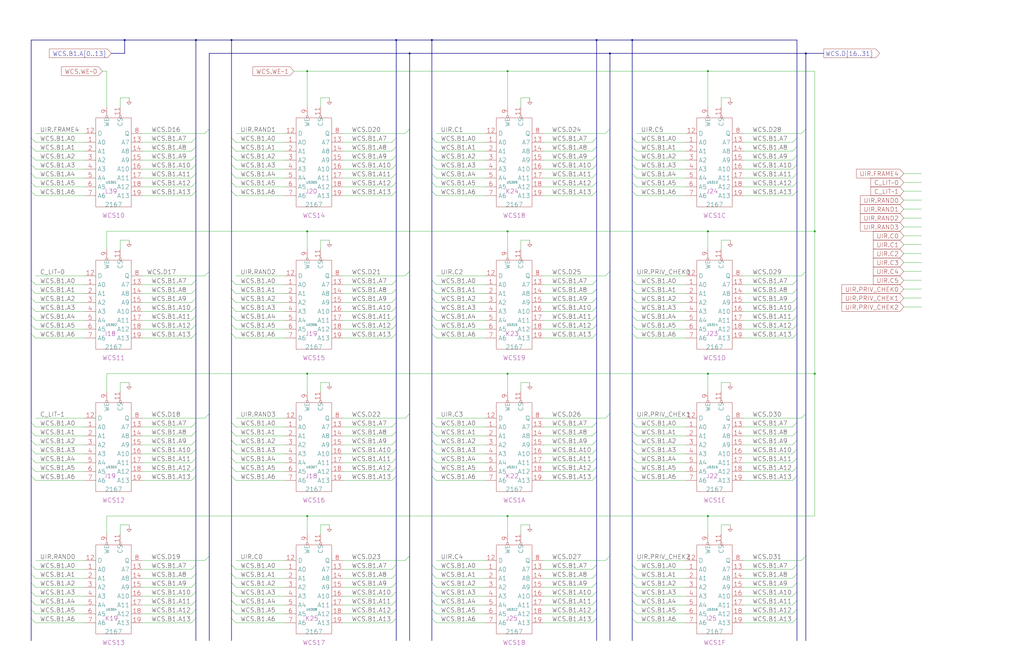
<source format=kicad_sch>
(kicad_sch (version 20250114) (generator "eeschema") (generator_version "9.0")
  (paper "User" 584.2 378.46)
  (title_block (title "WRITABLE CONTROL STORE\\nWCS BITS 16 TO 31") (date "15-MAR-90") (rev "1.0") (comment 1 "TYPE") (comment 2 "232-003062") (comment 3 "S400") (comment 4 "RELEASED"))
  (junction (at 459.74 30.48))
  (junction (at 246.38 22.86))
  (junction (at 289.56 132.08))
  (junction (at 175.26 213.36))
  (junction (at 289.56 40.64))
  (junction (at 289.56 294.64))
  (junction (at 71.12 22.86))
  (junction (at 175.26 132.08))
  (junction (at 403.86 213.36))
  (junction (at 226.06 22.86))
  (junction (at 175.26 40.64))
  (junction (at 403.86 40.64))
  (junction (at 111.76 22.86))
  (junction (at 132.08 22.86))
  (junction (at 464.82 132.08))
  (junction (at 360.68 22.86))
  (junction (at 347.98 30.48))
  (junction (at 340.36 22.86))
  (junction (at 403.86 132.08))
  (junction (at 175.26 294.64))
  (junction (at 464.82 213.36))
  (junction (at 233.68 30.48))
  (junction (at 289.56 213.36))
  (junction (at 403.86 294.64))
  (bus_entry (at 454.66 332.74) (size -2.54 2.54))
  (bus_entry (at 17.78 347.98) (size 2.54 2.54))
  (bus_entry (at 132.08 271.78) (size 2.54 2.54))
  (bus_entry (at 17.78 246.38) (size 2.54 2.54))
  (bus_entry (at 233.68 73.66) (size -2.54 2.54))
  (bus_entry (at 226.06 347.98) (size -2.54 2.54))
  (bus_entry (at 360.68 342.9) (size 2.54 2.54))
  (bus_entry (at 111.76 261.62) (size -2.54 2.54))
  (bus_entry (at 17.78 93.98) (size 2.54 2.54))
  (bus_entry (at 132.08 332.74) (size 2.54 2.54))
  (bus_entry (at 132.08 93.98) (size 2.54 2.54))
  (bus_entry (at 454.66 337.82) (size -2.54 2.54))
  (bus_entry (at 340.36 246.38) (size -2.54 2.54))
  (bus_entry (at 17.78 327.66) (size 2.54 2.54))
  (bus_entry (at 17.78 353.06) (size 2.54 2.54))
  (bus_entry (at 347.98 236.22) (size -2.54 2.54))
  (bus_entry (at 17.78 251.46) (size 2.54 2.54))
  (bus_entry (at 454.66 93.98) (size -2.54 2.54))
  (bus_entry (at 360.68 337.82) (size 2.54 2.54))
  (bus_entry (at 111.76 353.06) (size -2.54 2.54))
  (bus_entry (at 360.68 251.46) (size 2.54 2.54))
  (bus_entry (at 454.66 322.58) (size -2.54 2.54))
  (bus_entry (at 454.66 327.66) (size -2.54 2.54))
  (bus_entry (at 226.06 241.3) (size -2.54 2.54))
  (bus_entry (at 17.78 261.62) (size 2.54 2.54))
  (bus_entry (at 17.78 342.9) (size 2.54 2.54))
  (bus_entry (at 360.68 256.54) (size 2.54 2.54))
  (bus_entry (at 132.08 190.5) (size 2.54 2.54))
  (bus_entry (at 246.38 327.66) (size 2.54 2.54))
  (bus_entry (at 340.36 83.82) (size -2.54 2.54))
  (bus_entry (at 111.76 83.82) (size -2.54 2.54))
  (bus_entry (at 132.08 180.34) (size 2.54 2.54))
  (bus_entry (at 454.66 78.74) (size -2.54 2.54))
  (bus_entry (at 454.66 160.02) (size -2.54 2.54))
  (bus_entry (at 454.66 271.78) (size -2.54 2.54))
  (bus_entry (at 132.08 104.14) (size 2.54 2.54))
  (bus_entry (at 17.78 170.18) (size 2.54 2.54))
  (bus_entry (at 360.68 175.26) (size 2.54 2.54))
  (bus_entry (at 17.78 256.54) (size 2.54 2.54))
  (bus_entry (at 246.38 246.38) (size 2.54 2.54))
  (bus_entry (at 340.36 251.46) (size -2.54 2.54))
  (bus_entry (at 226.06 266.7) (size -2.54 2.54))
  (bus_entry (at 340.36 180.34) (size -2.54 2.54))
  (bus_entry (at 454.66 104.14) (size -2.54 2.54))
  (bus_entry (at 226.06 180.34) (size -2.54 2.54))
  (bus_entry (at 454.66 261.62) (size -2.54 2.54))
  (bus_entry (at 17.78 266.7) (size 2.54 2.54))
  (bus_entry (at 226.06 342.9) (size -2.54 2.54))
  (bus_entry (at 340.36 104.14) (size -2.54 2.54))
  (bus_entry (at 246.38 99.06) (size 2.54 2.54))
  (bus_entry (at 454.66 175.26) (size -2.54 2.54))
  (bus_entry (at 226.06 93.98) (size -2.54 2.54))
  (bus_entry (at 246.38 241.3) (size 2.54 2.54))
  (bus_entry (at 132.08 342.9) (size 2.54 2.54))
  (bus_entry (at 340.36 261.62) (size -2.54 2.54))
  (bus_entry (at 226.06 261.62) (size -2.54 2.54))
  (bus_entry (at 246.38 175.26) (size 2.54 2.54))
  (bus_entry (at 17.78 160.02) (size 2.54 2.54))
  (bus_entry (at 454.66 251.46) (size -2.54 2.54))
  (bus_entry (at 246.38 190.5) (size 2.54 2.54))
  (bus_entry (at 340.36 170.18) (size -2.54 2.54))
  (bus_entry (at 246.38 322.58) (size 2.54 2.54))
  (bus_entry (at 132.08 246.38) (size 2.54 2.54))
  (bus_entry (at 360.68 99.06) (size 2.54 2.54))
  (bus_entry (at 360.68 104.14) (size 2.54 2.54))
  (bus_entry (at 132.08 170.18) (size 2.54 2.54))
  (bus_entry (at 360.68 83.82) (size 2.54 2.54))
  (bus_entry (at 246.38 347.98) (size 2.54 2.54))
  (bus_entry (at 226.06 160.02) (size -2.54 2.54))
  (bus_entry (at 360.68 78.74) (size 2.54 2.54))
  (bus_entry (at 17.78 271.78) (size 2.54 2.54))
  (bus_entry (at 17.78 83.82) (size 2.54 2.54))
  (bus_entry (at 17.78 109.22) (size 2.54 2.54))
  (bus_entry (at 246.38 256.54) (size 2.54 2.54))
  (bus_entry (at 17.78 175.26) (size 2.54 2.54))
  (bus_entry (at 340.36 347.98) (size -2.54 2.54))
  (bus_entry (at 360.68 109.22) (size 2.54 2.54))
  (bus_entry (at 226.06 256.54) (size -2.54 2.54))
  (bus_entry (at 17.78 104.14) (size 2.54 2.54))
  (bus_entry (at 132.08 175.26) (size 2.54 2.54))
  (bus_entry (at 246.38 104.14) (size 2.54 2.54))
  (bus_entry (at 132.08 353.06) (size 2.54 2.54))
  (bus_entry (at 119.38 73.66) (size -2.54 2.54))
  (bus_entry (at 454.66 170.18) (size -2.54 2.54))
  (bus_entry (at 226.06 175.26) (size -2.54 2.54))
  (bus_entry (at 132.08 241.3) (size 2.54 2.54))
  (bus_entry (at 226.06 185.42) (size -2.54 2.54))
  (bus_entry (at 111.76 251.46) (size -2.54 2.54))
  (bus_entry (at 226.06 337.82) (size -2.54 2.54))
  (bus_entry (at 111.76 170.18) (size -2.54 2.54))
  (bus_entry (at 340.36 342.9) (size -2.54 2.54))
  (bus_entry (at 226.06 78.74) (size -2.54 2.54))
  (bus_entry (at 17.78 241.3) (size 2.54 2.54))
  (bus_entry (at 360.68 261.62) (size 2.54 2.54))
  (bus_entry (at 340.36 241.3) (size -2.54 2.54))
  (bus_entry (at 360.68 266.7) (size 2.54 2.54))
  (bus_entry (at 132.08 88.9) (size 2.54 2.54))
  (bus_entry (at 246.38 266.7) (size 2.54 2.54))
  (bus_entry (at 347.98 154.94) (size -2.54 2.54))
  (bus_entry (at 17.78 190.5) (size 2.54 2.54))
  (bus_entry (at 360.68 271.78) (size 2.54 2.54))
  (bus_entry (at 226.06 271.78) (size -2.54 2.54))
  (bus_entry (at 340.36 256.54) (size -2.54 2.54))
  (bus_entry (at 340.36 93.98) (size -2.54 2.54))
  (bus_entry (at 111.76 190.5) (size -2.54 2.54))
  (bus_entry (at 246.38 342.9) (size 2.54 2.54))
  (bus_entry (at 454.66 190.5) (size -2.54 2.54))
  (bus_entry (at 17.78 185.42) (size 2.54 2.54))
  (bus_entry (at 226.06 88.9) (size -2.54 2.54))
  (bus_entry (at 17.78 337.82) (size 2.54 2.54))
  (bus_entry (at 459.74 317.5) (size -2.54 2.54))
  (bus_entry (at 340.36 271.78) (size -2.54 2.54))
  (bus_entry (at 246.38 109.22) (size 2.54 2.54))
  (bus_entry (at 459.74 73.66) (size -2.54 2.54))
  (bus_entry (at 246.38 170.18) (size 2.54 2.54))
  (bus_entry (at 132.08 251.46) (size 2.54 2.54))
  (bus_entry (at 360.68 332.74) (size 2.54 2.54))
  (bus_entry (at 119.38 236.22) (size -2.54 2.54))
  (bus_entry (at 119.38 317.5) (size -2.54 2.54))
  (bus_entry (at 111.76 109.22) (size -2.54 2.54))
  (bus_entry (at 132.08 327.66) (size 2.54 2.54))
  (bus_entry (at 111.76 185.42) (size -2.54 2.54))
  (bus_entry (at 246.38 180.34) (size 2.54 2.54))
  (bus_entry (at 454.66 83.82) (size -2.54 2.54))
  (bus_entry (at 111.76 347.98) (size -2.54 2.54))
  (bus_entry (at 226.06 104.14) (size -2.54 2.54))
  (bus_entry (at 360.68 241.3) (size 2.54 2.54))
  (bus_entry (at 246.38 93.98) (size 2.54 2.54))
  (bus_entry (at 111.76 266.7) (size -2.54 2.54))
  (bus_entry (at 132.08 78.74) (size 2.54 2.54))
  (bus_entry (at 119.38 154.94) (size -2.54 2.54))
  (bus_entry (at 340.36 353.06) (size -2.54 2.54))
  (bus_entry (at 360.68 190.5) (size 2.54 2.54))
  (bus_entry (at 111.76 88.9) (size -2.54 2.54))
  (bus_entry (at 459.74 154.94) (size -2.54 2.54))
  (bus_entry (at 246.38 261.62) (size 2.54 2.54))
  (bus_entry (at 17.78 332.74) (size 2.54 2.54))
  (bus_entry (at 132.08 160.02) (size 2.54 2.54))
  (bus_entry (at 454.66 185.42) (size -2.54 2.54))
  (bus_entry (at 132.08 322.58) (size 2.54 2.54))
  (bus_entry (at 17.78 180.34) (size 2.54 2.54))
  (bus_entry (at 111.76 165.1) (size -2.54 2.54))
  (bus_entry (at 132.08 185.42) (size 2.54 2.54))
  (bus_entry (at 111.76 175.26) (size -2.54 2.54))
  (bus_entry (at 233.68 236.22) (size -2.54 2.54))
  (bus_entry (at 454.66 109.22) (size -2.54 2.54))
  (bus_entry (at 132.08 99.06) (size 2.54 2.54))
  (bus_entry (at 454.66 256.54) (size -2.54 2.54))
  (bus_entry (at 246.38 332.74) (size 2.54 2.54))
  (bus_entry (at 132.08 337.82) (size 2.54 2.54))
  (bus_entry (at 340.36 109.22) (size -2.54 2.54))
  (bus_entry (at 454.66 241.3) (size -2.54 2.54))
  (bus_entry (at 111.76 241.3) (size -2.54 2.54))
  (bus_entry (at 360.68 347.98) (size 2.54 2.54))
  (bus_entry (at 17.78 99.06) (size 2.54 2.54))
  (bus_entry (at 340.36 160.02) (size -2.54 2.54))
  (bus_entry (at 111.76 78.74) (size -2.54 2.54))
  (bus_entry (at 17.78 78.74) (size 2.54 2.54))
  (bus_entry (at 226.06 170.18) (size -2.54 2.54))
  (bus_entry (at 454.66 88.9) (size -2.54 2.54))
  (bus_entry (at 226.06 109.22) (size -2.54 2.54))
  (bus_entry (at 246.38 165.1) (size 2.54 2.54))
  (bus_entry (at 226.06 83.82) (size -2.54 2.54))
  (bus_entry (at 454.66 180.34) (size -2.54 2.54))
  (bus_entry (at 347.98 73.66) (size -2.54 2.54))
  (bus_entry (at 226.06 251.46) (size -2.54 2.54))
  (bus_entry (at 340.36 327.66) (size -2.54 2.54))
  (bus_entry (at 132.08 109.22) (size 2.54 2.54))
  (bus_entry (at 226.06 190.5) (size -2.54 2.54))
  (bus_entry (at 226.06 353.06) (size -2.54 2.54))
  (bus_entry (at 111.76 332.74) (size -2.54 2.54))
  (bus_entry (at 111.76 256.54) (size -2.54 2.54))
  (bus_entry (at 246.38 337.82) (size 2.54 2.54))
  (bus_entry (at 360.68 93.98) (size 2.54 2.54))
  (bus_entry (at 111.76 104.14) (size -2.54 2.54))
  (bus_entry (at 111.76 99.06) (size -2.54 2.54))
  (bus_entry (at 360.68 246.38) (size 2.54 2.54))
  (bus_entry (at 360.68 327.66) (size 2.54 2.54))
  (bus_entry (at 246.38 160.02) (size 2.54 2.54))
  (bus_entry (at 132.08 256.54) (size 2.54 2.54))
  (bus_entry (at 111.76 322.58) (size -2.54 2.54))
  (bus_entry (at 111.76 337.82) (size -2.54 2.54))
  (bus_entry (at 233.68 154.94) (size -2.54 2.54))
  (bus_entry (at 340.36 175.26) (size -2.54 2.54))
  (bus_entry (at 111.76 93.98) (size -2.54 2.54))
  (bus_entry (at 454.66 165.1) (size -2.54 2.54))
  (bus_entry (at 340.36 266.7) (size -2.54 2.54))
  (bus_entry (at 111.76 342.9) (size -2.54 2.54))
  (bus_entry (at 347.98 317.5) (size -2.54 2.54))
  (bus_entry (at 246.38 185.42) (size 2.54 2.54))
  (bus_entry (at 454.66 342.9) (size -2.54 2.54))
  (bus_entry (at 111.76 327.66) (size -2.54 2.54))
  (bus_entry (at 17.78 322.58) (size 2.54 2.54))
  (bus_entry (at 111.76 180.34) (size -2.54 2.54))
  (bus_entry (at 226.06 327.66) (size -2.54 2.54))
  (bus_entry (at 226.06 322.58) (size -2.54 2.54))
  (bus_entry (at 340.36 322.58) (size -2.54 2.54))
  (bus_entry (at 111.76 160.02) (size -2.54 2.54))
  (bus_entry (at 340.36 99.06) (size -2.54 2.54))
  (bus_entry (at 454.66 353.06) (size -2.54 2.54))
  (bus_entry (at 454.66 246.38) (size -2.54 2.54))
  (bus_entry (at 360.68 170.18) (size 2.54 2.54))
  (bus_entry (at 360.68 160.02) (size 2.54 2.54))
  (bus_entry (at 340.36 332.74) (size -2.54 2.54))
  (bus_entry (at 226.06 332.74) (size -2.54 2.54))
  (bus_entry (at 226.06 165.1) (size -2.54 2.54))
  (bus_entry (at 360.68 165.1) (size 2.54 2.54))
  (bus_entry (at 17.78 88.9) (size 2.54 2.54))
  (bus_entry (at 246.38 353.06) (size 2.54 2.54))
  (bus_entry (at 454.66 266.7) (size -2.54 2.54))
  (bus_entry (at 132.08 83.82) (size 2.54 2.54))
  (bus_entry (at 459.74 236.22) (size -2.54 2.54))
  (bus_entry (at 360.68 180.34) (size 2.54 2.54))
  (bus_entry (at 340.36 78.74) (size -2.54 2.54))
  (bus_entry (at 226.06 99.06) (size -2.54 2.54))
  (bus_entry (at 454.66 99.06) (size -2.54 2.54))
  (bus_entry (at 360.68 88.9) (size 2.54 2.54))
  (bus_entry (at 111.76 246.38) (size -2.54 2.54))
  (bus_entry (at 246.38 83.82) (size 2.54 2.54))
  (bus_entry (at 360.68 322.58) (size 2.54 2.54))
  (bus_entry (at 454.66 347.98) (size -2.54 2.54))
  (bus_entry (at 226.06 246.38) (size -2.54 2.54))
  (bus_entry (at 340.36 185.42) (size -2.54 2.54))
  (bus_entry (at 360.68 353.06) (size 2.54 2.54))
  (bus_entry (at 246.38 271.78) (size 2.54 2.54))
  (bus_entry (at 132.08 261.62) (size 2.54 2.54))
  (bus_entry (at 132.08 165.1) (size 2.54 2.54))
  (bus_entry (at 340.36 165.1) (size -2.54 2.54))
  (bus_entry (at 246.38 78.74) (size 2.54 2.54))
  (bus_entry (at 340.36 88.9) (size -2.54 2.54))
  (bus_entry (at 246.38 251.46) (size 2.54 2.54))
  (bus_entry (at 111.76 271.78) (size -2.54 2.54))
  (bus_entry (at 246.38 88.9) (size 2.54 2.54))
  (bus_entry (at 132.08 347.98) (size 2.54 2.54))
  (bus_entry (at 17.78 165.1) (size 2.54 2.54))
  (bus_entry (at 340.36 337.82) (size -2.54 2.54))
  (bus_entry (at 340.36 190.5) (size -2.54 2.54))
  (bus_entry (at 132.08 266.7) (size 2.54 2.54))
  (bus_entry (at 360.68 185.42) (size 2.54 2.54))
  (bus_entry (at 233.68 317.5) (size -2.54 2.54))
  (wire (pts (xy 363.22 254) (xy 391.16 254)))
  (wire (pts (xy 182.88 223.52) (xy 182.88 218.44)))
  (wire (pts (xy 309.88 345.44) (xy 337.82 345.44)))
  (bus (pts (xy 360.68 22.86) (xy 454.66 22.86)))
  (bus (pts (xy 111.76 266.7) (xy 111.76 271.78)))
  (wire (pts (xy 81.28 157.48) (xy 116.84 157.48)))
  (wire (pts (xy 411.48 304.8) (xy 411.48 299.72)))
  (wire (pts (xy 248.92 101.6) (xy 276.86 101.6)))
  (bus (pts (xy 340.36 22.86) (xy 340.36 78.74)))
  (wire (pts (xy 424.18 91.44) (xy 452.12 91.44)))
  (bus (pts (xy 454.66 256.54) (xy 454.66 261.62)))
  (wire (pts (xy 309.88 106.68) (xy 337.82 106.68)))
  (wire (pts (xy 195.58 157.48) (xy 231.14 157.48)))
  (wire (pts (xy 81.28 248.92) (xy 109.22 248.92)))
  (wire (pts (xy 81.28 274.32) (xy 109.22 274.32)))
  (wire (pts (xy 81.28 330.2) (xy 109.22 330.2)))
  (wire (pts (xy 20.32 238.76) (xy 48.26 238.76)))
  (wire (pts (xy 515.62 129.54) (xy 525.78 129.54)))
  (bus (pts (xy 17.78 327.66) (xy 17.78 332.74)))
  (bus (pts (xy 111.76 185.42) (xy 111.76 190.5)))
  (wire (pts (xy 20.32 111.76) (xy 48.26 111.76)))
  (wire (pts (xy 81.28 172.72) (xy 109.22 172.72)))
  (wire (pts (xy 81.28 101.6) (xy 109.22 101.6)))
  (wire (pts (xy 81.28 238.76) (xy 116.84 238.76)))
  (bus (pts (xy 340.36 185.42) (xy 340.36 190.5)))
  (wire (pts (xy 20.32 187.96) (xy 48.26 187.96)))
  (wire (pts (xy 195.58 243.84) (xy 223.52 243.84)))
  (wire (pts (xy 20.32 320.04) (xy 48.26 320.04)))
  (bus (pts (xy 226.06 185.42) (xy 226.06 190.5)))
  (bus (pts (xy 360.68 180.34) (xy 360.68 185.42)))
  (bus (pts (xy 233.68 30.48) (xy 233.68 73.66)))
  (wire (pts (xy 195.58 111.76) (xy 223.52 111.76)))
  (wire (pts (xy 20.32 254) (xy 48.26 254)))
  (bus (pts (xy 340.36 99.06) (xy 340.36 104.14)))
  (bus (pts (xy 17.78 266.7) (xy 17.78 271.78)))
  (wire (pts (xy 195.58 172.72) (xy 223.52 172.72)))
  (bus (pts (xy 132.08 337.82) (xy 132.08 342.9)))
  (bus (pts (xy 246.38 165.1) (xy 246.38 170.18)))
  (bus (pts (xy 360.68 241.3) (xy 360.68 246.38)))
  (bus (pts (xy 360.68 261.62) (xy 360.68 266.7)))
  (wire (pts (xy 363.22 259.08) (xy 391.16 259.08)))
  (wire (pts (xy 363.22 167.64) (xy 391.16 167.64)))
  (bus (pts (xy 132.08 251.46) (xy 132.08 256.54)))
  (wire (pts (xy 297.18 142.24) (xy 297.18 137.16)))
  (bus (pts (xy 340.36 327.66) (xy 340.36 332.74)))
  (bus (pts (xy 226.06 99.06) (xy 226.06 104.14)))
  (wire (pts (xy 309.88 177.8) (xy 337.82 177.8)))
  (wire (pts (xy 363.22 335.28) (xy 391.16 335.28)))
  (wire (pts (xy 195.58 162.56) (xy 223.52 162.56)))
  (bus (pts (xy 233.68 30.48) (xy 347.98 30.48)))
  (bus (pts (xy 246.38 342.9) (xy 246.38 347.98)))
  (bus (pts (xy 17.78 83.82) (xy 17.78 88.9)))
  (wire (pts (xy 20.32 335.28) (xy 48.26 335.28)))
  (wire (pts (xy 309.88 193.04) (xy 337.82 193.04)))
  (bus (pts (xy 111.76 246.38) (xy 111.76 251.46)))
  (bus (pts (xy 111.76 160.02) (xy 111.76 165.1)))
  (wire (pts (xy 363.22 86.36) (xy 391.16 86.36)))
  (wire (pts (xy 309.88 238.76) (xy 345.44 238.76)))
  (bus (pts (xy 226.06 322.58) (xy 226.06 327.66)))
  (wire (pts (xy 134.62 335.28) (xy 162.56 335.28)))
  (bus (pts (xy 340.36 160.02) (xy 340.36 165.1)))
  (bus (pts (xy 246.38 241.3) (xy 246.38 246.38)))
  (bus (pts (xy 340.36 180.34) (xy 340.36 185.42)))
  (bus (pts (xy 132.08 99.06) (xy 132.08 104.14)))
  (bus (pts (xy 132.08 342.9) (xy 132.08 347.98)))
  (bus (pts (xy 132.08 246.38) (xy 132.08 251.46)))
  (wire (pts (xy 289.56 40.64) (xy 403.86 40.64)))
  (wire (pts (xy 309.88 325.12) (xy 337.82 325.12)))
  (wire (pts (xy 424.18 157.48) (xy 457.2 157.48)))
  (bus (pts (xy 454.66 266.7) (xy 454.66 271.78)))
  (wire (pts (xy 363.22 355.6) (xy 391.16 355.6)))
  (bus (pts (xy 454.66 104.14) (xy 454.66 109.22)))
  (wire (pts (xy 248.92 157.48) (xy 276.86 157.48)))
  (bus (pts (xy 360.68 93.98) (xy 360.68 99.06)))
  (bus (pts (xy 454.66 337.82) (xy 454.66 342.9)))
  (wire (pts (xy 81.28 193.04) (xy 109.22 193.04)))
  (wire (pts (xy 363.22 243.84) (xy 391.16 243.84)))
  (wire (pts (xy 403.86 132.08) (xy 403.86 142.24)))
  (bus (pts (xy 132.08 261.62) (xy 132.08 266.7)))
  (wire (pts (xy 309.88 76.2) (xy 345.44 76.2)))
  (wire (pts (xy 424.18 269.24) (xy 452.12 269.24)))
  (bus (pts (xy 454.66 251.46) (xy 454.66 256.54)))
  (wire (pts (xy 134.62 355.6) (xy 162.56 355.6)))
  (wire (pts (xy 60.96 213.36) (xy 175.26 213.36)))
  (wire (pts (xy 248.92 96.52) (xy 276.86 96.52)))
  (bus (pts (xy 340.36 190.5) (xy 340.36 241.3)))
  (bus (pts (xy 17.78 165.1) (xy 17.78 170.18)))
  (bus (pts (xy 340.36 170.18) (xy 340.36 175.26)))
  (wire (pts (xy 81.28 259.08) (xy 109.22 259.08)))
  (bus (pts (xy 246.38 185.42) (xy 246.38 190.5)))
  (wire (pts (xy 289.56 213.36) (xy 403.86 213.36)))
  (wire (pts (xy 464.82 132.08) (xy 464.82 213.36)))
  (bus (pts (xy 226.06 337.82) (xy 226.06 342.9)))
  (bus (pts (xy 246.38 337.82) (xy 246.38 342.9)))
  (bus (pts (xy 111.76 104.14) (xy 111.76 109.22)))
  (bus (pts (xy 360.68 246.38) (xy 360.68 251.46)))
  (wire (pts (xy 81.28 182.88) (xy 109.22 182.88)))
  (bus (pts (xy 111.76 256.54) (xy 111.76 261.62)))
  (wire (pts (xy 195.58 269.24) (xy 223.52 269.24)))
  (wire (pts (xy 515.62 114.3) (xy 525.78 114.3)))
  (bus (pts (xy 226.06 261.62) (xy 226.06 266.7)))
  (bus (pts (xy 17.78 342.9) (xy 17.78 347.98)))
  (bus (pts (xy 111.76 327.66) (xy 111.76 332.74)))
  (wire (pts (xy 134.62 330.2) (xy 162.56 330.2)))
  (wire (pts (xy 289.56 213.36) (xy 289.56 223.52)))
  (wire (pts (xy 309.88 111.76) (xy 337.82 111.76)))
  (wire (pts (xy 424.18 187.96) (xy 452.12 187.96)))
  (wire (pts (xy 68.58 60.96) (xy 68.58 55.88)))
  (wire (pts (xy 297.18 137.16) (xy 302.26 137.16)))
  (bus (pts (xy 233.68 236.22) (xy 233.68 317.5)))
  (bus (pts (xy 360.68 256.54) (xy 360.68 261.62)))
  (bus (pts (xy 111.76 93.98) (xy 111.76 99.06)))
  (wire (pts (xy 58.42 40.64) (xy 60.96 40.64)))
  (wire (pts (xy 134.62 193.04) (xy 162.56 193.04)))
  (wire (pts (xy 424.18 162.56) (xy 452.12 162.56)))
  (bus (pts (xy 226.06 83.82) (xy 226.06 88.9)))
  (bus (pts (xy 111.76 99.06) (xy 111.76 104.14)))
  (wire (pts (xy 20.32 96.52) (xy 48.26 96.52)))
  (wire (pts (xy 81.28 86.36) (xy 109.22 86.36)))
  (bus (pts (xy 226.06 342.9) (xy 226.06 347.98)))
  (wire (pts (xy 411.48 60.96) (xy 411.48 55.88)))
  (wire (pts (xy 363.22 157.48) (xy 391.16 157.48)))
  (bus (pts (xy 17.78 251.46) (xy 17.78 256.54)))
  (wire (pts (xy 363.22 111.76) (xy 391.16 111.76)))
  (bus (pts (xy 454.66 246.38) (xy 454.66 251.46)))
  (wire (pts (xy 195.58 81.28) (xy 223.52 81.28)))
  (wire (pts (xy 20.32 106.68) (xy 48.26 106.68)))
  (wire (pts (xy 248.92 91.44) (xy 276.86 91.44)))
  (wire (pts (xy 363.22 177.8) (xy 391.16 177.8)))
  (wire (pts (xy 134.62 345.44) (xy 162.56 345.44)))
  (bus (pts (xy 111.76 190.5) (xy 111.76 241.3)))
  (wire (pts (xy 134.62 167.64) (xy 162.56 167.64)))
  (bus (pts (xy 132.08 22.86) (xy 132.08 78.74)))
  (wire (pts (xy 363.22 193.04) (xy 391.16 193.04)))
  (wire (pts (xy 20.32 330.2) (xy 48.26 330.2)))
  (bus (pts (xy 246.38 190.5) (xy 246.38 241.3)))
  (bus (pts (xy 132.08 109.22) (xy 132.08 160.02)))
  (bus (pts (xy 226.06 22.86) (xy 246.38 22.86)))
  (wire (pts (xy 182.88 55.88) (xy 187.96 55.88)))
  (bus (pts (xy 17.78 99.06) (xy 17.78 104.14)))
  (bus (pts (xy 233.68 154.94) (xy 233.68 236.22)))
  (bus (pts (xy 347.98 236.22) (xy 347.98 317.5)))
  (bus (pts (xy 360.68 251.46) (xy 360.68 256.54)))
  (bus (pts (xy 226.06 266.7) (xy 226.06 271.78)))
  (bus (pts (xy 454.66 322.58) (xy 454.66 327.66)))
  (wire (pts (xy 515.62 144.78) (xy 525.78 144.78)))
  (wire (pts (xy 424.18 86.36) (xy 452.12 86.36)))
  (wire (pts (xy 309.88 350.52) (xy 337.82 350.52)))
  (wire (pts (xy 363.22 96.52) (xy 391.16 96.52)))
  (bus (pts (xy 246.38 78.74) (xy 246.38 83.82)))
  (bus (pts (xy 454.66 261.62) (xy 454.66 266.7)))
  (wire (pts (xy 309.88 182.88) (xy 337.82 182.88)))
  (wire (pts (xy 195.58 76.2) (xy 231.14 76.2)))
  (bus (pts (xy 226.06 353.06) (xy 226.06 365.76)))
  (wire (pts (xy 248.92 340.36) (xy 276.86 340.36)))
  (bus (pts (xy 111.76 109.22) (xy 111.76 160.02)))
  (bus (pts (xy 132.08 170.18) (xy 132.08 175.26)))
  (wire (pts (xy 363.22 345.44) (xy 391.16 345.44)))
  (wire (pts (xy 81.28 264.16) (xy 109.22 264.16)))
  (wire (pts (xy 60.96 294.64) (xy 60.96 304.8)))
  (bus (pts (xy 347.98 30.48) (xy 347.98 73.66)))
  (wire (pts (xy 20.32 325.12) (xy 48.26 325.12)))
  (wire (pts (xy 424.18 96.52) (xy 452.12 96.52)))
  (wire (pts (xy 20.32 86.36) (xy 48.26 86.36)))
  (wire (pts (xy 175.26 132.08) (xy 175.26 142.24)))
  (bus (pts (xy 360.68 99.06) (xy 360.68 104.14)))
  (wire (pts (xy 424.18 81.28) (xy 452.12 81.28)))
  (wire (pts (xy 195.58 355.6) (xy 223.52 355.6)))
  (bus (pts (xy 246.38 271.78) (xy 246.38 322.58)))
  (wire (pts (xy 134.62 320.04) (xy 162.56 320.04)))
  (wire (pts (xy 248.92 259.08) (xy 276.86 259.08)))
  (bus (pts (xy 233.68 317.5) (xy 233.68 365.76)))
  (bus (pts (xy 246.38 160.02) (xy 246.38 165.1)))
  (bus (pts (xy 111.76 271.78) (xy 111.76 322.58)))
  (bus (pts (xy 454.66 332.74) (xy 454.66 337.82)))
  (bus (pts (xy 340.36 78.74) (xy 340.36 83.82)))
  (bus (pts (xy 132.08 266.7) (xy 132.08 271.78)))
  (wire (pts (xy 403.86 294.64) (xy 403.86 304.8)))
  (wire (pts (xy 175.26 40.64) (xy 175.26 60.96)))
  (bus (pts (xy 454.66 327.66) (xy 454.66 332.74)))
  (wire (pts (xy 403.86 40.64) (xy 464.82 40.64)))
  (wire (pts (xy 403.86 213.36) (xy 403.86 223.52)))
  (bus (pts (xy 132.08 256.54) (xy 132.08 261.62)))
  (wire (pts (xy 248.92 182.88) (xy 276.86 182.88)))
  (wire (pts (xy 309.88 91.44) (xy 337.82 91.44)))
  (bus (pts (xy 454.66 353.06) (xy 454.66 365.76)))
  (wire (pts (xy 248.92 350.52) (xy 276.86 350.52)))
  (bus (pts (xy 459.74 30.48) (xy 459.74 73.66)))
  (wire (pts (xy 363.22 340.36) (xy 391.16 340.36)))
  (wire (pts (xy 20.32 81.28) (xy 48.26 81.28)))
  (wire (pts (xy 248.92 345.44) (xy 276.86 345.44)))
  (wire (pts (xy 309.88 264.16) (xy 337.82 264.16)))
  (wire (pts (xy 297.18 60.96) (xy 297.18 55.88)))
  (wire (pts (xy 182.88 137.16) (xy 187.96 137.16)))
  (wire (pts (xy 20.32 162.56) (xy 48.26 162.56)))
  (wire (pts (xy 411.48 223.52) (xy 411.48 218.44)))
  (wire (pts (xy 81.28 111.76) (xy 109.22 111.76)))
  (wire (pts (xy 81.28 243.84) (xy 109.22 243.84)))
  (wire (pts (xy 289.56 132.08) (xy 403.86 132.08)))
  (wire (pts (xy 424.18 182.88) (xy 452.12 182.88)))
  (wire (pts (xy 134.62 259.08) (xy 162.56 259.08)))
  (bus (pts (xy 132.08 93.98) (xy 132.08 99.06)))
  (wire (pts (xy 515.62 134.62) (xy 525.78 134.62)))
  (bus (pts (xy 454.66 109.22) (xy 454.66 160.02)))
  (wire (pts (xy 134.62 187.96) (xy 162.56 187.96)))
  (bus (pts (xy 360.68 353.06) (xy 360.68 365.76)))
  (wire (pts (xy 464.82 294.64) (xy 403.86 294.64)))
  (bus (pts (xy 111.76 78.74) (xy 111.76 83.82)))
  (wire (pts (xy 20.32 193.04) (xy 48.26 193.04)))
  (wire (pts (xy 403.86 40.64) (xy 403.86 60.96)))
  (wire (pts (xy 175.26 294.64) (xy 175.26 304.8)))
  (bus (pts (xy 360.68 22.86) (xy 360.68 78.74)))
  (wire (pts (xy 81.28 254) (xy 109.22 254)))
  (wire (pts (xy 515.62 139.7) (xy 525.78 139.7)))
  (bus (pts (xy 226.06 246.38) (xy 226.06 251.46)))
  (bus (pts (xy 340.36 22.86) (xy 360.68 22.86)))
  (bus (pts (xy 340.36 347.98) (xy 340.36 353.06)))
  (wire (pts (xy 403.86 213.36) (xy 464.82 213.36)))
  (bus (pts (xy 226.06 93.98) (xy 226.06 99.06)))
  (bus (pts (xy 340.36 175.26) (xy 340.36 180.34)))
  (wire (pts (xy 81.28 177.8) (xy 109.22 177.8)))
  (bus (pts (xy 226.06 271.78) (xy 226.06 322.58)))
  (wire (pts (xy 134.62 106.68) (xy 162.56 106.68)))
  (bus (pts (xy 459.74 236.22) (xy 459.74 317.5)))
  (bus (pts (xy 246.38 93.98) (xy 246.38 99.06)))
  (bus (pts (xy 360.68 83.82) (xy 360.68 88.9)))
  (wire (pts (xy 167.64 40.64) (xy 175.26 40.64)))
  (wire (pts (xy 134.62 248.92) (xy 162.56 248.92)))
  (bus (pts (xy 347.98 30.48) (xy 459.74 30.48)))
  (bus (pts (xy 17.78 271.78) (xy 17.78 322.58)))
  (bus (pts (xy 246.38 175.26) (xy 246.38 180.34)))
  (wire (pts (xy 81.28 325.12) (xy 109.22 325.12)))
  (bus (pts (xy 340.36 322.58) (xy 340.36 327.66)))
  (wire (pts (xy 289.56 132.08) (xy 289.56 142.24)))
  (wire (pts (xy 515.62 119.38) (xy 525.78 119.38)))
  (wire (pts (xy 411.48 55.88) (xy 416.56 55.88)))
  (wire (pts (xy 424.18 172.72) (xy 452.12 172.72)))
  (wire (pts (xy 248.92 167.64) (xy 276.86 167.64)))
  (bus (pts (xy 340.36 93.98) (xy 340.36 99.06)))
  (bus (pts (xy 360.68 190.5) (xy 360.68 241.3)))
  (wire (pts (xy 134.62 274.32) (xy 162.56 274.32)))
  (bus (pts (xy 132.08 88.9) (xy 132.08 93.98)))
  (bus (pts (xy 132.08 190.5) (xy 132.08 241.3)))
  (wire (pts (xy 424.18 350.52) (xy 452.12 350.52)))
  (wire (pts (xy 20.32 345.44) (xy 48.26 345.44)))
  (wire (pts (xy 424.18 106.68) (xy 452.12 106.68)))
  (bus (pts (xy 132.08 322.58) (xy 132.08 327.66)))
  (bus (pts (xy 360.68 271.78) (xy 360.68 322.58)))
  (bus (pts (xy 119.38 30.48) (xy 119.38 73.66)))
  (wire (pts (xy 411.48 142.24) (xy 411.48 137.16)))
  (bus (pts (xy 226.06 256.54) (xy 226.06 261.62)))
  (bus (pts (xy 17.78 88.9) (xy 17.78 93.98)))
  (bus (pts (xy 454.66 185.42) (xy 454.66 190.5)))
  (wire (pts (xy 134.62 157.48) (xy 162.56 157.48)))
  (wire (pts (xy 195.58 167.64) (xy 223.52 167.64)))
  (bus (pts (xy 340.36 109.22) (xy 340.36 160.02)))
  (wire (pts (xy 195.58 248.92) (xy 223.52 248.92)))
  (wire (pts (xy 248.92 330.2) (xy 276.86 330.2)))
  (wire (pts (xy 81.28 350.52) (xy 109.22 350.52)))
  (wire (pts (xy 363.22 238.76) (xy 391.16 238.76)))
  (wire (pts (xy 68.58 299.72) (xy 73.66 299.72)))
  (bus (pts (xy 454.66 347.98) (xy 454.66 353.06)))
  (bus (pts (xy 132.08 271.78) (xy 132.08 322.58)))
  (wire (pts (xy 195.58 254) (xy 223.52 254)))
  (wire (pts (xy 81.28 96.52) (xy 109.22 96.52)))
  (wire (pts (xy 309.88 274.32) (xy 337.82 274.32)))
  (wire (pts (xy 309.88 157.48) (xy 345.44 157.48)))
  (wire (pts (xy 20.32 350.52) (xy 48.26 350.52)))
  (bus (pts (xy 340.36 241.3) (xy 340.36 246.38)))
  (wire (pts (xy 195.58 177.8) (xy 223.52 177.8)))
  (bus (pts (xy 132.08 353.06) (xy 132.08 365.76)))
  (bus (pts (xy 119.38 236.22) (xy 119.38 317.5)))
  (bus (pts (xy 111.76 88.9) (xy 111.76 93.98)))
  (bus (pts (xy 17.78 170.18) (xy 17.78 175.26)))
  (bus (pts (xy 226.06 251.46) (xy 226.06 256.54)))
  (wire (pts (xy 248.92 335.28) (xy 276.86 335.28)))
  (wire (pts (xy 248.92 248.92) (xy 276.86 248.92)))
  (wire (pts (xy 195.58 193.04) (xy 223.52 193.04)))
  (bus (pts (xy 132.08 160.02) (xy 132.08 165.1)))
  (bus (pts (xy 360.68 342.9) (xy 360.68 347.98)))
  (wire (pts (xy 363.22 81.28) (xy 391.16 81.28)))
  (bus (pts (xy 226.06 109.22) (xy 226.06 160.02)))
  (wire (pts (xy 81.28 335.28) (xy 109.22 335.28)))
  (bus (pts (xy 226.06 190.5) (xy 226.06 241.3)))
  (wire (pts (xy 134.62 101.6) (xy 162.56 101.6)))
  (bus (pts (xy 360.68 165.1) (xy 360.68 170.18)))
  (wire (pts (xy 134.62 238.76) (xy 162.56 238.76)))
  (bus (pts (xy 226.06 22.86) (xy 226.06 78.74)))
  (bus (pts (xy 17.78 185.42) (xy 17.78 190.5)))
  (wire (pts (xy 195.58 91.44) (xy 223.52 91.44)))
  (bus (pts (xy 111.76 180.34) (xy 111.76 185.42)))
  (wire (pts (xy 424.18 101.6) (xy 452.12 101.6)))
  (wire (pts (xy 68.58 55.88) (xy 73.66 55.88)))
  (wire (pts (xy 182.88 60.96) (xy 182.88 55.88)))
  (wire (pts (xy 248.92 238.76) (xy 276.86 238.76)))
  (bus (pts (xy 340.36 104.14) (xy 340.36 109.22)))
  (wire (pts (xy 20.32 177.8) (xy 48.26 177.8)))
  (wire (pts (xy 363.22 106.68) (xy 391.16 106.68)))
  (bus (pts (xy 360.68 332.74) (xy 360.68 337.82)))
  (bus (pts (xy 246.38 322.58) (xy 246.38 327.66)))
  (bus (pts (xy 111.76 83.82) (xy 111.76 88.9)))
  (wire (pts (xy 309.88 243.84) (xy 337.82 243.84)))
  (bus (pts (xy 111.76 322.58) (xy 111.76 327.66)))
  (bus (pts (xy 111.76 22.86) (xy 132.08 22.86)))
  (wire (pts (xy 248.92 325.12) (xy 276.86 325.12)))
  (bus (pts (xy 360.68 160.02) (xy 360.68 165.1)))
  (wire (pts (xy 134.62 76.2) (xy 162.56 76.2)))
  (bus (pts (xy 454.66 78.74) (xy 454.66 83.82)))
  (bus (pts (xy 111.76 337.82) (xy 111.76 342.9)))
  (wire (pts (xy 424.18 345.44) (xy 452.12 345.44)))
  (bus (pts (xy 132.08 185.42) (xy 132.08 190.5)))
  (wire (pts (xy 195.58 86.36) (xy 223.52 86.36)))
  (bus (pts (xy 454.66 165.1) (xy 454.66 170.18)))
  (wire (pts (xy 363.22 91.44) (xy 391.16 91.44)))
  (bus (pts (xy 454.66 160.02) (xy 454.66 165.1)))
  (bus (pts (xy 454.66 271.78) (xy 454.66 322.58)))
  (bus (pts (xy 360.68 327.66) (xy 360.68 332.74)))
  (wire (pts (xy 309.88 81.28) (xy 337.82 81.28)))
  (wire (pts (xy 248.92 106.68) (xy 276.86 106.68)))
  (bus (pts (xy 111.76 251.46) (xy 111.76 256.54)))
  (wire (pts (xy 20.32 91.44) (xy 48.26 91.44)))
  (wire (pts (xy 424.18 259.08) (xy 452.12 259.08)))
  (wire (pts (xy 309.88 187.96) (xy 337.82 187.96)))
  (wire (pts (xy 175.26 213.36) (xy 175.26 223.52)))
  (wire (pts (xy 81.28 269.24) (xy 109.22 269.24)))
  (wire (pts (xy 134.62 264.16) (xy 162.56 264.16)))
  (wire (pts (xy 424.18 167.64) (xy 452.12 167.64)))
  (wire (pts (xy 248.92 111.76) (xy 276.86 111.76)))
  (bus (pts (xy 340.36 271.78) (xy 340.36 322.58)))
  (wire (pts (xy 309.88 330.2) (xy 337.82 330.2)))
  (wire (pts (xy 134.62 81.28) (xy 162.56 81.28)))
  (bus (pts (xy 111.76 165.1) (xy 111.76 170.18)))
  (wire (pts (xy 68.58 137.16) (xy 73.66 137.16)))
  (bus (pts (xy 132.08 175.26) (xy 132.08 180.34)))
  (wire (pts (xy 297.18 304.8) (xy 297.18 299.72)))
  (wire (pts (xy 248.92 81.28) (xy 276.86 81.28)))
  (wire (pts (xy 20.32 355.6) (xy 48.26 355.6)))
  (wire (pts (xy 134.62 340.36) (xy 162.56 340.36)))
  (wire (pts (xy 81.28 76.2) (xy 116.84 76.2)))
  (wire (pts (xy 20.32 101.6) (xy 48.26 101.6)))
  (bus (pts (xy 132.08 22.86) (xy 226.06 22.86)))
  (bus (pts (xy 246.38 327.66) (xy 246.38 332.74)))
  (bus (pts (xy 246.38 99.06) (xy 246.38 104.14)))
  (wire (pts (xy 297.18 223.52) (xy 297.18 218.44)))
  (wire (pts (xy 424.18 238.76) (xy 457.2 238.76)))
  (bus (pts (xy 454.66 175.26) (xy 454.66 180.34)))
  (bus (pts (xy 111.76 261.62) (xy 111.76 266.7)))
  (bus (pts (xy 347.98 154.94) (xy 347.98 236.22)))
  (wire (pts (xy 195.58 340.36) (xy 223.52 340.36)))
  (bus (pts (xy 246.38 266.7) (xy 246.38 271.78)))
  (bus (pts (xy 226.06 180.34) (xy 226.06 185.42)))
  (wire (pts (xy 411.48 137.16) (xy 416.56 137.16)))
  (wire (pts (xy 248.92 264.16) (xy 276.86 264.16)))
  (wire (pts (xy 403.86 294.64) (xy 289.56 294.64)))
  (wire (pts (xy 195.58 320.04) (xy 231.14 320.04)))
  (bus (pts (xy 340.36 342.9) (xy 340.36 347.98)))
  (wire (pts (xy 515.62 149.86) (xy 525.78 149.86)))
  (wire (pts (xy 20.32 259.08) (xy 48.26 259.08)))
  (bus (pts (xy 226.06 175.26) (xy 226.06 180.34)))
  (wire (pts (xy 195.58 101.6) (xy 223.52 101.6)))
  (wire (pts (xy 195.58 96.52) (xy 223.52 96.52)))
  (bus (pts (xy 454.66 180.34) (xy 454.66 185.42)))
  (bus (pts (xy 246.38 88.9) (xy 246.38 93.98)))
  (wire (pts (xy 134.62 86.36) (xy 162.56 86.36)))
  (bus (pts (xy 132.08 104.14) (xy 132.08 109.22)))
  (wire (pts (xy 309.88 320.04) (xy 345.44 320.04)))
  (wire (pts (xy 81.28 81.28) (xy 109.22 81.28)))
  (bus (pts (xy 132.08 241.3) (xy 132.08 246.38)))
  (wire (pts (xy 20.32 157.48) (xy 48.26 157.48)))
  (bus (pts (xy 132.08 83.82) (xy 132.08 88.9)))
  (bus (pts (xy 17.78 78.74) (xy 17.78 83.82)))
  (bus (pts (xy 71.12 30.48) (xy 71.12 22.86)))
  (wire (pts (xy 363.22 172.72) (xy 391.16 172.72)))
  (bus (pts (xy 17.78 160.02) (xy 17.78 165.1)))
  (wire (pts (xy 248.92 269.24) (xy 276.86 269.24)))
  (wire (pts (xy 175.26 132.08) (xy 289.56 132.08)))
  (bus (pts (xy 454.66 342.9) (xy 454.66 347.98)))
  (bus (pts (xy 246.38 251.46) (xy 246.38 256.54)))
  (wire (pts (xy 134.62 96.52) (xy 162.56 96.52)))
  (wire (pts (xy 134.62 91.44) (xy 162.56 91.44)))
  (wire (pts (xy 182.88 142.24) (xy 182.88 137.16)))
  (bus (pts (xy 360.68 78.74) (xy 360.68 83.82)))
  (wire (pts (xy 60.96 132.08) (xy 60.96 142.24)))
  (wire (pts (xy 363.22 325.12) (xy 391.16 325.12)))
  (wire (pts (xy 424.18 325.12) (xy 452.12 325.12)))
  (bus (pts (xy 459.74 317.5) (xy 459.74 365.76)))
  (bus (pts (xy 360.68 175.26) (xy 360.68 180.34)))
  (bus (pts (xy 459.74 73.66) (xy 459.74 154.94)))
  (bus (pts (xy 246.38 83.82) (xy 246.38 88.9)))
  (wire (pts (xy 515.62 170.18) (xy 525.78 170.18)))
  (wire (pts (xy 134.62 254) (xy 162.56 254)))
  (wire (pts (xy 195.58 187.96) (xy 223.52 187.96)))
  (wire (pts (xy 195.58 259.08) (xy 223.52 259.08)))
  (wire (pts (xy 68.58 218.44) (xy 73.66 218.44)))
  (wire (pts (xy 60.96 40.64) (xy 60.96 60.96)))
  (bus (pts (xy 360.68 322.58) (xy 360.68 327.66)))
  (wire (pts (xy 424.18 243.84) (xy 452.12 243.84)))
  (wire (pts (xy 175.26 40.64) (xy 289.56 40.64)))
  (wire (pts (xy 175.26 294.64) (xy 60.96 294.64)))
  (wire (pts (xy 20.32 264.16) (xy 48.26 264.16)))
  (bus (pts (xy 340.36 337.82) (xy 340.36 342.9)))
  (bus (pts (xy 226.06 165.1) (xy 226.06 170.18)))
  (wire (pts (xy 81.28 340.36) (xy 109.22 340.36)))
  (wire (pts (xy 60.96 213.36) (xy 60.96 223.52)))
  (bus (pts (xy 226.06 332.74) (xy 226.06 337.82)))
  (wire (pts (xy 248.92 177.8) (xy 276.86 177.8)))
  (bus (pts (xy 360.68 337.82) (xy 360.68 342.9)))
  (bus (pts (xy 360.68 266.7) (xy 360.68 271.78)))
  (bus (pts (xy 17.78 190.5) (xy 17.78 241.3)))
  (bus (pts (xy 340.36 88.9) (xy 340.36 93.98)))
  (wire (pts (xy 195.58 238.76) (xy 231.14 238.76)))
  (bus (pts (xy 63.5 30.48) (xy 71.12 30.48)))
  (wire (pts (xy 363.22 330.2) (xy 391.16 330.2)))
  (wire (pts (xy 515.62 165.1) (xy 525.78 165.1)))
  (wire (pts (xy 289.56 294.64) (xy 289.56 304.8)))
  (bus (pts (xy 340.36 251.46) (xy 340.36 256.54)))
  (bus (pts (xy 226.06 241.3) (xy 226.06 246.38)))
  (wire (pts (xy 20.32 76.2) (xy 48.26 76.2)))
  (wire (pts (xy 182.88 218.44) (xy 187.96 218.44)))
  (wire (pts (xy 20.32 182.88) (xy 48.26 182.88)))
  (bus (pts (xy 360.68 109.22) (xy 360.68 160.02)))
  (bus (pts (xy 119.38 73.66) (xy 119.38 154.94)))
  (wire (pts (xy 515.62 124.46) (xy 525.78 124.46)))
  (bus (pts (xy 111.76 170.18) (xy 111.76 175.26)))
  (wire (pts (xy 363.22 274.32) (xy 391.16 274.32)))
  (bus (pts (xy 340.36 83.82) (xy 340.36 88.9)))
  (wire (pts (xy 134.62 162.56) (xy 162.56 162.56)))
  (bus (pts (xy 17.78 22.86) (xy 71.12 22.86)))
  (wire (pts (xy 195.58 345.44) (xy 223.52 345.44)))
  (wire (pts (xy 309.88 101.6) (xy 337.82 101.6)))
  (wire (pts (xy 248.92 162.56) (xy 276.86 162.56)))
  (wire (pts (xy 309.88 254) (xy 337.82 254)))
  (bus (pts (xy 111.76 175.26) (xy 111.76 180.34)))
  (wire (pts (xy 134.62 177.8) (xy 162.56 177.8)))
  (bus (pts (xy 454.66 93.98) (xy 454.66 99.06)))
  (bus (pts (xy 360.68 88.9) (xy 360.68 93.98)))
  (wire (pts (xy 81.28 91.44) (xy 109.22 91.44)))
  (bus (pts (xy 454.66 99.06) (xy 454.66 104.14)))
  (bus (pts (xy 360.68 104.14) (xy 360.68 109.22)))
  (bus (pts (xy 246.38 22.86) (xy 246.38 78.74)))
  (wire (pts (xy 195.58 106.68) (xy 223.52 106.68)))
  (wire (pts (xy 195.58 274.32) (xy 223.52 274.32)))
  (wire (pts (xy 411.48 218.44) (xy 416.56 218.44)))
  (bus (pts (xy 246.38 22.86) (xy 340.36 22.86)))
  (wire (pts (xy 363.22 350.52) (xy 391.16 350.52)))
  (wire (pts (xy 248.92 86.36) (xy 276.86 86.36)))
  (bus (pts (xy 226.06 104.14) (xy 226.06 109.22)))
  (wire (pts (xy 309.88 172.72) (xy 337.82 172.72)))
  (bus (pts (xy 340.36 353.06) (xy 340.36 365.76)))
  (wire (pts (xy 515.62 175.26) (xy 525.78 175.26)))
  (bus (pts (xy 119.38 317.5) (xy 119.38 365.76)))
  (wire (pts (xy 424.18 111.76) (xy 452.12 111.76)))
  (bus (pts (xy 347.98 317.5) (xy 347.98 365.76)))
  (wire (pts (xy 515.62 160.02) (xy 525.78 160.02)))
  (bus (pts (xy 111.76 241.3) (xy 111.76 246.38)))
  (wire (pts (xy 515.62 154.94) (xy 525.78 154.94)))
  (wire (pts (xy 309.88 335.28) (xy 337.82 335.28)))
  (wire (pts (xy 363.22 101.6) (xy 391.16 101.6)))
  (bus (pts (xy 454.66 22.86) (xy 454.66 78.74)))
  (bus (pts (xy 17.78 180.34) (xy 17.78 185.42)))
  (bus (pts (xy 71.12 22.86) (xy 111.76 22.86)))
  (wire (pts (xy 309.88 259.08) (xy 337.82 259.08)))
  (wire (pts (xy 363.22 269.24) (xy 391.16 269.24)))
  (wire (pts (xy 363.22 187.96) (xy 391.16 187.96)))
  (bus (pts (xy 246.38 347.98) (xy 246.38 353.06)))
  (wire (pts (xy 20.32 248.92) (xy 48.26 248.92)))
  (bus (pts (xy 17.78 104.14) (xy 17.78 109.22)))
  (bus (pts (xy 246.38 170.18) (xy 246.38 175.26)))
  (bus (pts (xy 340.36 261.62) (xy 340.36 266.7)))
  (bus (pts (xy 132.08 332.74) (xy 132.08 337.82)))
  (wire (pts (xy 248.92 254) (xy 276.86 254)))
  (bus (pts (xy 246.38 261.62) (xy 246.38 266.7)))
  (wire (pts (xy 363.22 320.04) (xy 391.16 320.04)))
  (wire (pts (xy 424.18 335.28) (xy 452.12 335.28)))
  (wire (pts (xy 248.92 274.32) (xy 276.86 274.32)))
  (wire (pts (xy 175.26 213.36) (xy 289.56 213.36)))
  (bus (pts (xy 17.78 109.22) (xy 17.78 160.02)))
  (wire (pts (xy 424.18 248.92) (xy 452.12 248.92)))
  (bus (pts (xy 17.78 256.54) (xy 17.78 261.62)))
  (wire (pts (xy 134.62 269.24) (xy 162.56 269.24)))
  (wire (pts (xy 248.92 172.72) (xy 276.86 172.72)))
  (wire (pts (xy 81.28 345.44) (xy 109.22 345.44)))
  (wire (pts (xy 195.58 330.2) (xy 223.52 330.2)))
  (bus (pts (xy 340.36 266.7) (xy 340.36 271.78)))
  (wire (pts (xy 424.18 254) (xy 452.12 254)))
  (wire (pts (xy 81.28 162.56) (xy 109.22 162.56)))
  (bus (pts (xy 132.08 327.66) (xy 132.08 332.74)))
  (bus (pts (xy 233.68 73.66) (xy 233.68 154.94)))
  (bus (pts (xy 132.08 347.98) (xy 132.08 353.06)))
  (bus (pts (xy 246.38 109.22) (xy 246.38 160.02)))
  (bus (pts (xy 17.78 261.62) (xy 17.78 266.7)))
  (wire (pts (xy 195.58 335.28) (xy 223.52 335.28)))
  (wire (pts (xy 424.18 177.8) (xy 452.12 177.8)))
  (wire (pts (xy 81.28 167.64) (xy 109.22 167.64)))
  (wire (pts (xy 289.56 294.64) (xy 175.26 294.64)))
  (bus (pts (xy 17.78 246.38) (xy 17.78 251.46)))
  (wire (pts (xy 134.62 182.88) (xy 162.56 182.88)))
  (wire (pts (xy 20.32 274.32) (xy 48.26 274.32)))
  (wire (pts (xy 68.58 223.52) (xy 68.58 218.44)))
  (wire (pts (xy 289.56 40.64) (xy 289.56 60.96)))
  (wire (pts (xy 182.88 304.8) (xy 182.88 299.72)))
  (wire (pts (xy 309.88 162.56) (xy 337.82 162.56)))
  (wire (pts (xy 309.88 167.64) (xy 337.82 167.64)))
  (bus (pts (xy 226.06 88.9) (xy 226.06 93.98)))
  (wire (pts (xy 195.58 264.16) (xy 223.52 264.16)))
  (wire (pts (xy 68.58 142.24) (xy 68.58 137.16)))
  (bus (pts (xy 360.68 185.42) (xy 360.68 190.5)))
  (bus (pts (xy 226.06 347.98) (xy 226.06 353.06)))
  (wire (pts (xy 20.32 243.84) (xy 48.26 243.84)))
  (bus (pts (xy 246.38 353.06) (xy 246.38 365.76)))
  (bus (pts (xy 132.08 78.74) (xy 132.08 83.82)))
  (wire (pts (xy 424.18 355.6) (xy 452.12 355.6)))
  (bus (pts (xy 111.76 347.98) (xy 111.76 353.06)))
  (bus (pts (xy 119.38 154.94) (xy 119.38 236.22)))
  (bus (pts (xy 454.66 83.82) (xy 454.66 88.9)))
  (wire (pts (xy 403.86 132.08) (xy 464.82 132.08)))
  (bus (pts (xy 454.66 170.18) (xy 454.66 175.26)))
  (bus (pts (xy 226.06 78.74) (xy 226.06 83.82)))
  (wire (pts (xy 195.58 350.52) (xy 223.52 350.52)))
  (bus (pts (xy 459.74 154.94) (xy 459.74 236.22)))
  (bus (pts (xy 360.68 347.98) (xy 360.68 353.06)))
  (bus (pts (xy 246.38 180.34) (xy 246.38 185.42)))
  (wire (pts (xy 424.18 330.2) (xy 452.12 330.2)))
  (bus (pts (xy 360.68 170.18) (xy 360.68 175.26)))
  (wire (pts (xy 297.18 55.88) (xy 302.26 55.88)))
  (wire (pts (xy 515.62 104.14) (xy 525.78 104.14)))
  (bus (pts (xy 226.06 170.18) (xy 226.06 175.26)))
  (wire (pts (xy 20.32 340.36) (xy 48.26 340.36)))
  (wire (pts (xy 424.18 193.04) (xy 452.12 193.04)))
  (wire (pts (xy 248.92 243.84) (xy 276.86 243.84)))
  (bus (pts (xy 340.36 332.74) (xy 340.36 337.82)))
  (wire (pts (xy 515.62 109.22) (xy 525.78 109.22)))
  (bus (pts (xy 17.78 22.86) (xy 17.78 78.74)))
  (bus (pts (xy 17.78 241.3) (xy 17.78 246.38)))
  (wire (pts (xy 20.32 172.72) (xy 48.26 172.72)))
  (bus (pts (xy 17.78 337.82) (xy 17.78 342.9)))
  (bus (pts (xy 459.74 30.48) (xy 469.9 30.48)))
  (bus (pts (xy 111.76 22.86) (xy 111.76 78.74)))
  (bus (pts (xy 246.38 104.14) (xy 246.38 109.22)))
  (bus (pts (xy 17.78 353.06) (xy 17.78 365.76)))
  (bus (pts (xy 111.76 353.06) (xy 111.76 365.76)))
  (bus (pts (xy 111.76 342.9) (xy 111.76 347.98)))
  (wire (pts (xy 309.88 86.36) (xy 337.82 86.36)))
  (wire (pts (xy 68.58 304.8) (xy 68.58 299.72)))
  (wire (pts (xy 363.22 264.16) (xy 391.16 264.16)))
  (bus (pts (xy 226.06 327.66) (xy 226.06 332.74)))
  (wire (pts (xy 195.58 325.12) (xy 223.52 325.12)))
  (wire (pts (xy 424.18 264.16) (xy 452.12 264.16)))
  (wire (pts (xy 248.92 355.6) (xy 276.86 355.6)))
  (wire (pts (xy 81.28 320.04) (xy 116.84 320.04)))
  (wire (pts (xy 363.22 248.92) (xy 391.16 248.92)))
  (wire (pts (xy 134.62 111.76) (xy 162.56 111.76)))
  (wire (pts (xy 464.82 40.64) (xy 464.82 132.08)))
  (wire (pts (xy 363.22 76.2) (xy 391.16 76.2)))
  (wire (pts (xy 309.88 340.36) (xy 337.82 340.36)))
  (wire (pts (xy 20.32 167.64) (xy 48.26 167.64)))
  (wire (pts (xy 81.28 187.96) (xy 109.22 187.96)))
  (wire (pts (xy 134.62 243.84) (xy 162.56 243.84)))
  (wire (pts (xy 464.82 213.36) (xy 464.82 294.64)))
  (bus (pts (xy 246.38 332.74) (xy 246.38 337.82)))
  (wire (pts (xy 134.62 172.72) (xy 162.56 172.72)))
  (bus (pts (xy 246.38 256.54) (xy 246.38 261.62)))
  (wire (pts (xy 363.22 162.56) (xy 391.16 162.56)))
  (wire (pts (xy 195.58 182.88) (xy 223.52 182.88)))
  (bus (pts (xy 132.08 165.1) (xy 132.08 170.18)))
  (bus (pts (xy 246.38 246.38) (xy 246.38 251.46)))
  (wire (pts (xy 134.62 350.52) (xy 162.56 350.52)))
  (bus (pts (xy 454.66 241.3) (xy 454.66 246.38)))
  (wire (pts (xy 424.18 340.36) (xy 452.12 340.36)))
  (bus (pts (xy 454.66 190.5) (xy 454.66 241.3)))
  (bus (pts (xy 17.78 93.98) (xy 17.78 99.06)))
  (wire (pts (xy 60.96 132.08) (xy 175.26 132.08)))
  (wire (pts (xy 424.18 320.04) (xy 457.2 320.04)))
  (bus (pts (xy 17.78 175.26) (xy 17.78 180.34)))
  (bus (pts (xy 17.78 347.98) (xy 17.78 353.06)))
  (wire (pts (xy 515.62 99.06) (xy 525.78 99.06)))
  (wire (pts (xy 81.28 355.6) (xy 109.22 355.6)))
  (bus (pts (xy 454.66 88.9) (xy 454.66 93.98)))
  (wire (pts (xy 81.28 106.68) (xy 109.22 106.68)))
  (wire (pts (xy 134.62 325.12) (xy 162.56 325.12)))
  (wire (pts (xy 297.18 218.44) (xy 302.26 218.44)))
  (bus (pts (xy 17.78 322.58) (xy 17.78 327.66)))
  (bus (pts (xy 340.36 256.54) (xy 340.36 261.62)))
  (wire (pts (xy 248.92 76.2) (xy 276.86 76.2)))
  (wire (pts (xy 20.32 269.24) (xy 48.26 269.24)))
  (bus (pts (xy 226.06 160.02) (xy 226.06 165.1)))
  (wire (pts (xy 248.92 187.96) (xy 276.86 187.96)))
  (wire (pts (xy 363.22 182.88) (xy 391.16 182.88)))
  (bus (pts (xy 119.38 30.48) (xy 233.68 30.48)))
  (wire (pts (xy 309.88 269.24) (xy 337.82 269.24)))
  (bus (pts (xy 340.36 246.38) (xy 340.36 251.46)))
  (wire (pts (xy 309.88 96.52) (xy 337.82 96.52)))
  (wire (pts (xy 424.18 76.2) (xy 457.2 76.2)))
  (wire (pts (xy 424.18 274.32) (xy 452.12 274.32)))
  (bus (pts (xy 111.76 332.74) (xy 111.76 337.82)))
  (wire (pts (xy 248.92 320.04) (xy 276.86 320.04)))
  (wire (pts (xy 248.92 193.04) (xy 276.86 193.04)))
  (bus (pts (xy 132.08 180.34) (xy 132.08 185.42)))
  (wire (pts (xy 309.88 355.6) (xy 337.82 355.6)))
  (bus (pts (xy 17.78 332.74) (xy 17.78 337.82)))
  (bus (pts (xy 347.98 73.66) (xy 347.98 154.94)))
  (bus (pts (xy 340.36 165.1) (xy 340.36 170.18)))
  (wire (pts (xy 182.88 299.72) (xy 187.96 299.72)))
  (wire (pts (xy 411.48 299.72) (xy 416.56 299.72)))
  (wire (pts (xy 309.88 248.92) (xy 337.82 248.92)))
  (wire (pts (xy 297.18 299.72) (xy 302.26 299.72)))
  (label "WCS.B1.A6" (at 137.16 111.76 0) (effects (font (size 2.54 2.54))))
  (label "WCS.B1.A11" (at 314.96 264.16 0) (effects (font (size 2.54 2.54))))
  (label "WCS.B1.A0" (at 22.86 243.84 0) (effects (font (size 2.54 2.54))))
  (label "WCS.D30" (at 429.26 238.76 0) (effects (font (size 2.54 2.54))))
  (label "WCS.B1.A6" (at 251.46 193.04 0) (effects (font (size 2.54 2.54))))
  (label "WCS.B1.A1" (at 137.16 330.2 0) (effects (font (size 2.54 2.54))))
  (label "UIR.FRAME4" (at 22.86 76.2 0) (effects (font (size 2.54 2.54))))
  (label "WCS.B1.A7" (at 200.66 325.12 0) (effects (font (size 2.54 2.54))))
  (label "WCS.B1.A6" (at 365.76 355.6 0) (effects (font (size 2.54 2.54))))
  (label "WCS.B1.A13" (at 314.96 193.04 0) (effects (font (size 2.54 2.54))))
  (label "WCS.B1.A6" (at 22.86 111.76 0) (effects (font (size 2.54 2.54))))
  (label "WCS.B1.A1" (at 365.76 86.36 0) (effects (font (size 2.54 2.54))))
  (label "WCS.B1.A4" (at 365.76 264.16 0) (effects (font (size 2.54 2.54))))
  (label "WCS.B1.A1" (at 137.16 167.64 0) (effects (font (size 2.54 2.54))))
  (label "WCS.B1.A13" (at 314.96 111.76 0) (effects (font (size 2.54 2.54))))
  (label "WCS.B1.A12" (at 314.96 187.96 0) (effects (font (size 2.54 2.54))))
  (label "WCS.B1.A1" (at 137.16 248.92 0) (effects (font (size 2.54 2.54))))
  (label "UIR.C3" (at 251.46 238.76 0) (effects (font (size 2.54 2.54))))
  (label "WCS.B1.A2" (at 22.86 91.44 0) (effects (font (size 2.54 2.54))))
  (label "WCS.B1.A13" (at 86.36 193.04 0) (effects (font (size 2.54 2.54))))
  (label "WCS.B1.A9" (at 86.36 335.28 0) (effects (font (size 2.54 2.54))))
  (label "WCS.B1.A1" (at 251.46 330.2 0) (effects (font (size 2.54 2.54))))
  (label "WCS.B1.A0" (at 365.76 162.56 0) (effects (font (size 2.54 2.54))))
  (label "WCS.B1.A7" (at 86.36 81.28 0) (effects (font (size 2.54 2.54))))
  (label "WCS.B1.A13" (at 429.26 111.76 0) (effects (font (size 2.54 2.54))))
  (label "WCS.B1.A2" (at 365.76 335.28 0) (effects (font (size 2.54 2.54))))
  (label "WCS.B1.A10" (at 314.96 340.36 0) (effects (font (size 2.54 2.54))))
  (label "WCS.B1.A1" (at 251.46 167.64 0) (effects (font (size 2.54 2.54))))
  (label "WCS.B1.A6" (at 22.86 274.32 0) (effects (font (size 2.54 2.54))))
  (label "WCS.B1.A11" (at 200.66 182.88 0) (effects (font (size 2.54 2.54))))
  (label "WCS.B1.A3" (at 365.76 340.36 0) (effects (font (size 2.54 2.54))))
  (label "WCS.B1.A8" (at 86.36 248.92 0) (effects (font (size 2.54 2.54))))
  (label "C_LIT~1" (at 22.86 238.76 0) (effects (font (size 2.54 2.54))))
  (label "WCS.B1.A11" (at 86.36 101.6 0) (effects (font (size 2.54 2.54))))
  (label "WCS.B1.A13" (at 200.66 355.6 0) (effects (font (size 2.54 2.54))))
  (label "WCS.B1.A4" (at 251.46 264.16 0) (effects (font (size 2.54 2.54))))
  (label "WCS.B1.A8" (at 200.66 86.36 0) (effects (font (size 2.54 2.54))))
  (label "UIR.C0" (at 137.16 320.04 0) (effects (font (size 2.54 2.54))))
  (label "WCS.B1.A10" (at 429.26 177.8 0) (effects (font (size 2.54 2.54))))
  (label "WCS.B1.A8" (at 86.36 330.2 0) (effects (font (size 2.54 2.54))))
  (label "WCS.B1.A5" (at 22.86 269.24 0) (effects (font (size 2.54 2.54))))
  (label "WCS.B1.A7" (at 314.96 81.28 0) (effects (font (size 2.54 2.54))))
  (label "UIR.C2" (at 251.46 157.48 0) (effects (font (size 2.54 2.54))))
  (label "WCS.B1.A5" (at 137.16 269.24 0) (effects (font (size 2.54 2.54))))
  (label "WCS.D28" (at 429.26 76.2 0) (effects (font (size 2.54 2.54))))
  (label "WCS.B1.A8" (at 314.96 330.2 0) (effects (font (size 2.54 2.54))))
  (label "WCS.B1.A5" (at 137.16 350.52 0) (effects (font (size 2.54 2.54))))
  (label "WCS.B1.A6" (at 137.16 274.32 0) (effects (font (size 2.54 2.54))))
  (label "WCS.B1.A6" (at 365.76 111.76 0) (effects (font (size 2.54 2.54))))
  (label "WCS.B1.A2" (at 22.86 172.72 0) (effects (font (size 2.54 2.54))))
  (label "WCS.B1.A12" (at 429.26 106.68 0) (effects (font (size 2.54 2.54))))
  (label "WCS.B1.A9" (at 429.26 91.44 0) (effects (font (size 2.54 2.54))))
  (label "WCS.B1.A10" (at 86.36 259.08 0) (effects (font (size 2.54 2.54))))
  (label "WCS.B1.A1" (at 22.86 86.36 0) (effects (font (size 2.54 2.54))))
  (label "C_LIT~0" (at 22.86 157.48 0) (effects (font (size 2.54 2.54))))
  (label "WCS.B1.A4" (at 251.46 101.6 0) (effects (font (size 2.54 2.54))))
  (label "WCS.B1.A12" (at 86.36 350.52 0) (effects (font (size 2.54 2.54))))
  (label "WCS.B1.A7" (at 86.36 243.84 0) (effects (font (size 2.54 2.54))))
  (label "UIR.RAND1" (at 137.16 76.2 0) (effects (font (size 2.54 2.54))))
  (label "WCS.B1.A11" (at 429.26 264.16 0) (effects (font (size 2.54 2.54))))
  (label "WCS.B1.A8" (at 200.66 330.2 0) (effects (font (size 2.54 2.54))))
  (label "WCS.B1.A1" (at 251.46 248.92 0) (effects (font (size 2.54 2.54))))
  (label "WCS.D23" (at 200.66 320.04 0) (effects (font (size 2.54 2.54))))
  (label "WCS.B1.A0" (at 251.46 81.28 0) (effects (font (size 2.54 2.54))))
  (label "WCS.B1.A1" (at 22.86 330.2 0) (effects (font (size 2.54 2.54))))
  (label "WCS.B1.A12" (at 429.26 269.24 0) (effects (font (size 2.54 2.54))))
  (label "WCS.B1.A13" (at 200.66 111.76 0) (effects (font (size 2.54 2.54))))
  (label "WCS.B1.A4" (at 137.16 345.44 0) (effects (font (size 2.54 2.54))))
  (label "WCS.B1.A2" (at 137.16 91.44 0) (effects (font (size 2.54 2.54))))
  (label "WCS.B1.A5" (at 251.46 106.68 0) (effects (font (size 2.54 2.54))))
  (label "WCS.B1.A3" (at 22.86 96.52 0) (effects (font (size 2.54 2.54))))
  (label "WCS.B1.A5" (at 365.76 350.52 0) (effects (font (size 2.54 2.54))))
  (label "WCS.B1.A12" (at 86.36 106.68 0) (effects (font (size 2.54 2.54))))
  (label "WCS.B1.A7" (at 314.96 325.12 0) (effects (font (size 2.54 2.54))))
  (label "UIR.PRIV_CHEK2" (at 363.22 320.04 0) (effects (font (size 2.54 2.54))))
  (label "WCS.B1.A12" (at 314.96 106.68 0) (effects (font (size 2.54 2.54))))
  (label "WCS.B1.A13" (at 314.96 355.6 0) (effects (font (size 2.54 2.54))))
  (label "WCS.B1.A3" (at 365.76 177.8 0) (effects (font (size 2.54 2.54))))
  (label "WCS.B1.A9" (at 429.26 254 0) (effects (font (size 2.54 2.54))))
  (label "WCS.B1.A11" (at 429.26 182.88 0) (effects (font (size 2.54 2.54))))
  (label "WCS.B1.A3" (at 251.46 340.36 0) (effects (font (size 2.54 2.54))))
  (label "WCS.B1.A6" (at 22.86 193.04 0) (effects (font (size 2.54 2.54))))
  (label "WCS.B1.A0" (at 22.86 325.12 0) (effects (font (size 2.54 2.54))))
  (label "WCS.B1.A4" (at 365.76 101.6 0) (effects (font (size 2.54 2.54))))
  (label "WCS.B1.A7" (at 200.66 243.84 0) (effects (font (size 2.54 2.54))))
  (label "WCS.B1.A6" (at 251.46 111.76 0) (effects (font (size 2.54 2.54))))
  (label "WCS.B1.A4" (at 22.86 345.44 0) (effects (font (size 2.54 2.54))))
  (label "WCS.B1.A9" (at 200.66 254 0) (effects (font (size 2.54 2.54))))
  (label "WCS.B1.A0" (at 22.86 162.56 0) (effects (font (size 2.54 2.54))))
  (label "WCS.B1.A0" (at 137.16 325.12 0) (effects (font (size 2.54 2.54))))
  (label "WCS.B1.A4" (at 251.46 182.88 0) (effects (font (size 2.54 2.54))))
  (label "WCS.B1.A10" (at 200.66 259.08 0) (effects (font (size 2.54 2.54))))
  (label "UIR.PRIV_CHEK0" (at 363.22 157.48 0) (effects (font (size 2.54 2.54))))
  (label "WCS.B1.A6" (at 137.16 193.04 0) (effects (font (size 2.54 2.54))))
  (label "WCS.B1.A5" (at 365.76 106.68 0) (effects (font (size 2.54 2.54))))
  (label "UIR.PRIV_CHEK1" (at 363.22 238.76 0) (effects (font (size 2.54 2.54))))
  (label "WCS.B1.A9" (at 200.66 335.28 0) (effects (font (size 2.54 2.54))))
  (label "WCS.B1.A8" (at 429.26 248.92 0) (effects (font (size 2.54 2.54))))
  (label "WCS.B1.A5" (at 137.16 187.96 0) (effects (font (size 2.54 2.54))))
  (label "WCS.B1.A9" (at 314.96 254 0) (effects (font (size 2.54 2.54))))
  (label "WCS.D31" (at 429.26 320.04 0) (effects (font (size 2.54 2.54))))
  (label "WCS.B1.A9" (at 314.96 91.44 0) (effects (font (size 2.54 2.54))))
  (label "WCS.B1.A6" (at 137.16 355.6 0) (effects (font (size 2.54 2.54))))
  (label "WCS.B1.A3" (at 251.46 96.52 0) (effects (font (size 2.54 2.54))))
  (label "WCS.B1.A5" (at 251.46 269.24 0) (effects (font (size 2.54 2.54))))
  (label "WCS.B1.A11" (at 200.66 264.16 0) (effects (font (size 2.54 2.54))))
  (label "WCS.B1.A11" (at 314.96 101.6 0) (effects (font (size 2.54 2.54))))
  (label "WCS.B1.A2" (at 251.46 254 0) (effects (font (size 2.54 2.54))))
  (label "WCS.B1.A6" (at 251.46 355.6 0) (effects (font (size 2.54 2.54))))
  (label "WCS.B1.A10" (at 86.36 340.36 0) (effects (font (size 2.54 2.54))))
  (label "WCS.B1.A12" (at 429.26 350.52 0) (effects (font (size 2.54 2.54))))
  (label "WCS.B1.A11" (at 86.36 182.88 0) (effects (font (size 2.54 2.54))))
  (label "WCS.B1.A2" (at 137.16 172.72 0) (effects (font (size 2.54 2.54))))
  (label "WCS.B1.A7" (at 429.26 325.12 0) (effects (font (size 2.54 2.54))))
  (label "WCS.B1.A11" (at 429.26 345.44 0) (effects (font (size 2.54 2.54))))
  (label "WCS.B1.A0" (at 251.46 243.84 0) (effects (font (size 2.54 2.54))))
  (label "WCS.B1.A7" (at 200.66 162.56 0) (effects (font (size 2.54 2.54))))
  (label "WCS.B1.A12" (at 314.96 350.52 0) (effects (font (size 2.54 2.54))))
  (label "WCS.B1.A2" (at 137.16 254 0) (effects (font (size 2.54 2.54))))
  (label "WCS.B1.A9" (at 86.36 172.72 0) (effects (font (size 2.54 2.54))))
  (label "WCS.B1.A9" (at 429.26 335.28 0) (effects (font (size 2.54 2.54))))
  (label "WCS.B1.A8" (at 200.66 248.92 0) (effects (font (size 2.54 2.54))))
  (label "UIR.C4" (at 251.46 320.04 0) (effects (font (size 2.54 2.54))))
  (label "WCS.D19" (at 86.36 320.04 0) (effects (font (size 2.54 2.54))))
  (label "WCS.B1.A11" (at 86.36 345.44 0) (effects (font (size 2.54 2.54))))
  (label "WCS.B1.A5" (at 251.46 350.52 0) (effects (font (size 2.54 2.54))))
  (label "WCS.B1.A7" (at 429.26 81.28 0) (effects (font (size 2.54 2.54))))
  (label "WCS.B1.A13" (at 200.66 193.04 0) (effects (font (size 2.54 2.54))))
  (label "WCS.B1.A8" (at 86.36 167.64 0) (effects (font (size 2.54 2.54))))
  (label "WCS.D22" (at 200.66 238.76 0) (effects (font (size 2.54 2.54))))
  (label "UIR.RAND0" (at 22.86 320.04 0) (effects (font (size 2.54 2.54))))
  (label "WCS.B1.A1" (at 137.16 86.36 0) (effects (font (size 2.54 2.54))))
  (label "WCS.B1.A0" (at 365.76 243.84 0) (effects (font (size 2.54 2.54))))
  (label "WCS.B1.A10" (at 314.96 96.52 0) (effects (font (size 2.54 2.54))))
  (label "WCS.B1.A8" (at 429.26 330.2 0) (effects (font (size 2.54 2.54))))
  (label "WCS.D17" (at 83.82 157.48 0) (effects (font (size 2.54 2.54))))
  (label "WCS.B1.A12" (at 86.36 269.24 0) (effects (font (size 2.54 2.54))))
  (label "WCS.B1.A8" (at 429.26 86.36 0) (effects (font (size 2.54 2.54))))
  (label "WCS.B1.A2" (at 365.76 172.72 0) (effects (font (size 2.54 2.54))))
  (label "WCS.B1.A1" (at 365.76 330.2 0) (effects (font (size 2.54 2.54))))
  (label "WCS.B1.A2" (at 22.86 335.28 0) (effects (font (size 2.54 2.54))))
  (label "WCS.B1.A2" (at 251.46 172.72 0) (effects (font (size 2.54 2.54))))
  (label "WCS.B1.A10" (at 429.26 259.08 0) (effects (font (size 2.54 2.54))))
  (label "WCS.B1.A12" (at 200.66 350.52 0) (effects (font (size 2.54 2.54))))
  (label "UIR.C5" (at 365.76 76.2 0) (effects (font (size 2.54 2.54))))
  (label "WCS.B1.A3" (at 137.16 259.08 0) (effects (font (size 2.54 2.54))))
  (label "WCS.B1.A2" (at 365.76 91.44 0) (effects (font (size 2.54 2.54))))
  (label "WCS.B1.A13" (at 429.26 274.32 0) (effects (font (size 2.54 2.54))))
  (label "WCS.B1.A5" (at 22.86 187.96 0) (effects (font (size 2.54 2.54))))
  (label "WCS.B1.A0" (at 365.76 325.12 0) (effects (font (size 2.54 2.54))))
  (label "WCS.B1.A1" (at 22.86 248.92 0) (effects (font (size 2.54 2.54))))
  (label "WCS.B1.A5" (at 22.86 350.52 0) (effects (font (size 2.54 2.54))))
  (label "UIR.RAND3" (at 137.16 238.76 0) (effects (font (size 2.54 2.54))))
  (label "WCS.B1.A10" (at 429.26 340.36 0) (effects (font (size 2.54 2.54))))
  (label "WCS.B1.A5" (at 137.16 106.68 0) (effects (font (size 2.54 2.54))))
  (label "WCS.B1.A3" (at 251.46 177.8 0) (effects (font (size 2.54 2.54))))
  (label "WCS.B1.A3" (at 22.86 177.8 0) (effects (font (size 2.54 2.54))))
  (label "WCS.B1.A5" (at 251.46 187.96 0) (effects (font (size 2.54 2.54))))
  (label "WCS.B1.A0" (at 137.16 162.56 0) (effects (font (size 2.54 2.54))))
  (label "WCS.B1.A9" (at 86.36 254 0) (effects (font (size 2.54 2.54))))
  (label "WCS.D21" (at 200.66 157.48 0) (effects (font (size 2.54 2.54))))
  (label "WCS.B1.A13" (at 429.26 193.04 0) (effects (font (size 2.54 2.54))))
  (label "WCS.B1.A11" (at 429.26 101.6 0) (effects (font (size 2.54 2.54))))
  (label "WCS.B1.A3" (at 137.16 340.36 0) (effects (font (size 2.54 2.54))))
  (label "WCS.D16" (at 86.36 76.2 0) (effects (font (size 2.54 2.54))))
  (label "WCS.B1.A7" (at 314.96 243.84 0) (effects (font (size 2.54 2.54))))
  (label "WCS.B1.A8" (at 314.96 86.36 0) (effects (font (size 2.54 2.54))))
  (label "WCS.B1.A13" (at 86.36 355.6 0) (effects (font (size 2.54 2.54))))
  (label "WCS.B1.A4" (at 22.86 101.6 0) (effects (font (size 2.54 2.54))))
  (label "WCS.B1.A7" (at 86.36 162.56 0) (effects (font (size 2.54 2.54))))
  (label "WCS.B1.A4" (at 137.16 101.6 0) (effects (font (size 2.54 2.54))))
  (label "WCS.B1.A4" (at 365.76 345.44 0) (effects (font (size 2.54 2.54))))
  (label "WCS.B1.A7" (at 314.96 162.56 0) (effects (font (size 2.54 2.54))))
  (label "WCS.B1.A0" (at 22.86 81.28 0) (effects (font (size 2.54 2.54))))
  (label "WCS.B1.A7" (at 86.36 325.12 0) (effects (font (size 2.54 2.54))))
  (label "WCS.B1.A7" (at 429.26 243.84 0) (effects (font (size 2.54 2.54))))
  (label "WCS.B1.A13" (at 314.96 274.32 0) (effects (font (size 2.54 2.54))))
  (label "WCS.B1.A1" (at 365.76 167.64 0) (effects (font (size 2.54 2.54))))
  (label "WCS.B1.A8" (at 314.96 248.92 0) (effects (font (size 2.54 2.54))))
  (label "WCS.B1.A10" (at 86.36 96.52 0) (effects (font (size 2.54 2.54))))
  (label "WCS.B1.A4" (at 137.16 264.16 0) (effects (font (size 2.54 2.54))))
  (label "WCS.B1.A4" (at 137.16 182.88 0) (effects (font (size 2.54 2.54))))
  (label "WCS.B1.A11" (at 200.66 345.44 0) (effects (font (size 2.54 2.54))))
  (label "WCS.B1.A1" (at 22.86 167.64 0) (effects (font (size 2.54 2.54))))
  (label "WCS.B1.A8" (at 314.96 167.64 0) (effects (font (size 2.54 2.54))))
  (label "WCS.B1.A12" (at 314.96 269.24 0) (effects (font (size 2.54 2.54))))
  (label "WCS.B1.A3" (at 251.46 259.08 0) (effects (font (size 2.54 2.54))))
  (label "WCS.B1.A13" (at 429.26 355.6 0) (effects (font (size 2.54 2.54))))
  (label "WCS.B1.A2" (at 365.76 254 0) (effects (font (size 2.54 2.54))))
  (label "WCS.B1.A3" (at 22.86 259.08 0) (effects (font (size 2.54 2.54))))
  (label "WCS.B1.A1" (at 251.46 86.36 0) (effects (font (size 2.54 2.54))))
  (label "UIR.C1" (at 251.46 76.2 0) (effects (font (size 2.54 2.54))))
  (label "WCS.B1.A6" (at 22.86 355.6 0) (effects (font (size 2.54 2.54))))
  (label "WCS.D18" (at 86.36 238.76 0) (effects (font (size 2.54 2.54))))
  (label "WCS.B1.A0" (at 365.76 81.28 0) (effects (font (size 2.54 2.54))))
  (label "WCS.D27" (at 314.96 320.04 0) (effects (font (size 2.54 2.54))))
  (label "WCS.B1.A9" (at 314.96 335.28 0) (effects (font (size 2.54 2.54))))
  (label "WCS.B1.A9" (at 429.26 172.72 0) (effects (font (size 2.54 2.54))))
  (label "WCS.B1.A7" (at 200.66 81.28 0) (effects (font (size 2.54 2.54))))
  (label "WCS.B1.A8" (at 86.36 86.36 0) (effects (font (size 2.54 2.54))))
  (label "WCS.B1.A2" (at 251.46 335.28 0) (effects (font (size 2.54 2.54))))
  (label "WCS.B1.A11" (at 314.96 182.88 0) (effects (font (size 2.54 2.54))))
  (label "WCS.D25" (at 314.96 157.48 0) (effects (font (size 2.54 2.54))))
  (label "WCS.B1.A9" (at 200.66 91.44 0) (effects (font (size 2.54 2.54))))
  (label "WCS.B1.A12" (at 200.66 106.68 0) (effects (font (size 2.54 2.54))))
  (label "WCS.B1.A10" (at 200.66 96.52 0) (effects (font (size 2.54 2.54))))
  (label "WCS.B1.A3" (at 137.16 96.52 0) (effects (font (size 2.54 2.54))))
  (label "WCS.B1.A8" (at 200.66 167.64 0) (effects (font (size 2.54 2.54))))
  (label "WCS.B1.A0" (at 137.16 243.84 0) (effects (font (size 2.54 2.54))))
  (label "WCS.B1.A10" (at 314.96 259.08 0) (effects (font (size 2.54 2.54))))
  (label "WCS.B1.A12" (at 200.66 187.96 0) (effects (font (size 2.54 2.54))))
  (label "WCS.B1.A6" (at 365.76 193.04 0) (effects (font (size 2.54 2.54))))
  (label "WCS.B1.A4" (at 22.86 182.88 0) (effects (font (size 2.54 2.54))))
  (label "WCS.B1.A3" (at 137.16 177.8 0) (effects (font (size 2.54 2.54))))
  (label "WCS.B1.A0" (at 251.46 162.56 0) (effects (font (size 2.54 2.54))))
  (label "WCS.B1.A9" (at 314.96 172.72 0) (effects (font (size 2.54 2.54))))
  (label "WCS.B1.A10" (at 86.36 177.8 0) (effects (font (size 2.54 2.54))))
  (label "WCS.B1.A13" (at 200.66 274.32 0) (effects (font (size 2.54 2.54))))
  (label "WCS.B1.A5" (at 365.76 187.96 0) (effects (font (size 2.54 2.54))))
  (label "WCS.B1.A10" (at 200.66 177.8 0) (effects (font (size 2.54 2.54))))
  (label "WCS.B1.A12" (at 86.36 187.96 0) (effects (font (size 2.54 2.54))))
  (label "WCS.B1.A5" (at 365.76 269.24 0) (effects (font (size 2.54 2.54))))
  (label "WCS.B1.A4" (at 251.46 345.44 0) (effects (font (size 2.54 2.54))))
  (label "WCS.B1.A0" (at 251.46 325.12 0) (effects (font (size 2.54 2.54))))
  (label "WCS.B1.A4" (at 22.86 264.16 0) (effects (font (size 2.54 2.54))))
  (label "WCS.B1.A12" (at 429.26 187.96 0) (effects (font (size 2.54 2.54))))
  (label "WCS.B1.A6" (at 251.46 274.32 0) (effects (font (size 2.54 2.54))))
  (label "WCS.B1.A4" (at 365.76 182.88 0) (effects (font (size 2.54 2.54))))
  (label "WCS.D24" (at 314.96 76.2 0) (effects (font (size 2.54 2.54))))
  (label "WCS.B1.A10" (at 200.66 340.36 0) (effects (font (size 2.54 2.54))))
  (label "WCS.B1.A2" (at 22.86 254 0) (effects (font (size 2.54 2.54))))
  (label "WCS.B1.A2" (at 137.16 335.28 0) (effects (font (size 2.54 2.54))))
  (label "WCS.B1.A0" (at 137.16 81.28 0) (effects (font (size 2.54 2.54))))
  (label "WCS.B1.A11" (at 86.36 264.16 0) (effects (font (size 2.54 2.54))))
  (label "WCS.B1.A8" (at 429.26 167.64 0) (effects (font (size 2.54 2.54))))
  (label "WCS.B1.A12" (at 200.66 269.24 0) (effects (font (size 2.54 2.54))))
  (label "WCS.B1.A9" (at 86.36 91.44 0) (effects (font (size 2.54 2.54))))
  (label "WCS.B1.A9" (at 200.66 172.72 0) (effects (font (size 2.54 2.54))))
  (label "WCS.B1.A7" (at 429.26 162.56 0) (effects (font (size 2.54 2.54))))
  (label "WCS.B1.A10" (at 314.96 177.8 0) (effects (font (size 2.54 2.54))))
  (label "WCS.B1.A3" (at 22.86 340.36 0) (effects (font (size 2.54 2.54))))
  (label "WCS.B1.A11" (at 200.66 101.6 0) (effects (font (size 2.54 2.54))))
  (label "WCS.B1.A13" (at 86.36 274.32 0) (effects (font (size 2.54 2.54))))
  (label "UIR.RAND2" (at 137.16 157.48 0) (effects (font (size 2.54 2.54))))
  (label "WCS.B1.A6" (at 365.76 274.32 0) (effects (font (size 2.54 2.54))))
  (label "WCS.B1.A10" (at 429.26 96.52 0) (effects (font (size 2.54 2.54))))
  (label "WCS.D26" (at 314.96 238.76 0) (effects (font (size 2.54 2.54))))
  (label "WCS.B1.A2" (at 251.46 91.44 0) (effects (font (size 2.54 2.54))))
  (label "WCS.B1.A5" (at 22.86 106.68 0) (effects (font (size 2.54 2.54))))
  (label "WCS.B1.A3" (at 365.76 96.52 0) (effects (font (size 2.54 2.54))))
  (label "WCS.D20" (at 200.66 76.2 0) (effects (font (size 2.54 2.54))))
  (label "WCS.B1.A13" (at 86.36 111.76 0) (effects (font (size 2.54 2.54))))
  (label "WCS.B1.A3" (at 365.76 259.08 0) (effects (font (size 2.54 2.54))))
  (label "WCS.D29" (at 429.26 157.48 0) (effects (font (size 2.54 2.54))))
  (label "WCS.B1.A1" (at 365.76 248.92 0) (effects (font (size 2.54 2.54))))
  (label "WCS.B1.A11" (at 314.96 345.44 0) (effects (font (size 2.54 2.54))))
  (global_label "UIR.PRIV_CHEK1" (shape input) (at 515.62 170.18 180) (effects (font (size 2.54 2.54))) (property "Intersheetrefs" "${INTERSHEET_REFS}" (at 480.314 170.0213 0) (effects (font (size 1.905 1.905)) (justify right))))
  (global_label "WCS.WE~0" (shape input) (at 58.42 40.64 180) (effects (font (size 2.54 2.54))) (property "Intersheetrefs" "${INTERSHEET_REFS}" (at 35.0883 40.4813 0) (effects (font (size 1.905 1.905)) (justify right))))
  (global_label "UIR.C4" (shape input) (at 515.62 154.94 180) (effects (font (size 2.54 2.54))) (property "Intersheetrefs" "${INTERSHEET_REFS}" (at 498.215 154.7813 0) (effects (font (size 1.905 1.905)) (justify right))))
  (global_label "UIR.C5" (shape input) (at 515.62 160.02 180) (effects (font (size 2.54 2.54))) (property "Intersheetrefs" "${INTERSHEET_REFS}" (at 498.215 159.8613 0) (effects (font (size 1.905 1.905)) (justify right))))
  (global_label "UIR.RAND2" (shape input) (at 515.62 124.46 180) (effects (font (size 2.54 2.54))) (property "Intersheetrefs" "${INTERSHEET_REFS}" (at 490.8369 124.3013 0) (effects (font (size 1.905 1.905)) (justify right))))
  (global_label "C_LIT~1" (shape input) (at 515.62 109.22 180) (effects (font (size 2.54 2.54))) (property "Intersheetrefs" "${INTERSHEET_REFS}" (at 496.8845 109.0613 0) (effects (font (size 1.905 1.905)) (justify right))))
  (global_label "UIR.C0" (shape input) (at 515.62 134.62 180) (effects (font (size 2.54 2.54))) (property "Intersheetrefs" "${INTERSHEET_REFS}" (at 498.215 134.4613 0) (effects (font (size 1.905 1.905)) (justify right))))
  (global_label "UIR.FRAME4" (shape input) (at 515.62 99.06 180) (effects (font (size 2.54 2.54))) (property "Intersheetrefs" "${INTERSHEET_REFS}" (at 488.6597 98.9013 0) (effects (font (size 1.905 1.905)) (justify right))))
  (global_label "UIR.RAND0" (shape input) (at 515.62 114.3 180) (effects (font (size 2.54 2.54))) (property "Intersheetrefs" "${INTERSHEET_REFS}" (at 490.8369 114.1413 0) (effects (font (size 1.905 1.905)) (justify right))))
  (global_label "UIR.PRIV_CHEK0" (shape input) (at 515.62 165.1 180) (effects (font (size 2.54 2.54))) (property "Intersheetrefs" "${INTERSHEET_REFS}" (at 480.314 164.9413 0) (effects (font (size 1.905 1.905)) (justify right))))
  (global_label "UIR.C3" (shape input) (at 515.62 149.86 180) (effects (font (size 2.54 2.54))) (property "Intersheetrefs" "${INTERSHEET_REFS}" (at 498.215 149.7013 0) (effects (font (size 1.905 1.905)) (justify right))))
  (global_label "WCS.WE~1" (shape input) (at 167.64 40.64 180) (effects (font (size 2.54 2.54))) (property "Intersheetrefs" "${INTERSHEET_REFS}" (at 144.3083 40.4813 0) (effects (font (size 1.905 1.905)) (justify right))))
  (global_label "UIR.PRIV_CHEK2" (shape input) (at 515.62 175.26 180) (effects (font (size 2.54 2.54))) (property "Intersheetrefs" "${INTERSHEET_REFS}" (at 480.314 175.1013 0) (effects (font (size 1.905 1.905)) (justify right))))
  (global_label "UIR.C2" (shape input) (at 515.62 144.78 180) (effects (font (size 2.54 2.54))) (property "Intersheetrefs" "${INTERSHEET_REFS}" (at 498.215 144.6213 0) (effects (font (size 1.905 1.905)) (justify right))))
  (global_label "WCS.D[16..31]" (shape output) (at 469.9 30.48 0) (effects (font (size 2.54 2.54))) (property "Intersheetrefs" "${INTERSHEET_REFS}" (at 501.8193 30.3213 0) (effects (font (size 1.905 1.905)) (justify left))))
  (global_label "UIR.RAND3" (shape input) (at 515.62 129.54 180) (effects (font (size 2.54 2.54))) (property "Intersheetrefs" "${INTERSHEET_REFS}" (at 490.8369 129.3813 0) (effects (font (size 1.905 1.905)) (justify right))))
  (global_label "UIR.RAND1" (shape input) (at 515.62 119.38 180) (effects (font (size 2.54 2.54))) (property "Intersheetrefs" "${INTERSHEET_REFS}" (at 490.8369 119.2213 0) (effects (font (size 1.905 1.905)) (justify right))))
  (global_label "C_LIT~0" (shape input) (at 515.62 104.14 180) (effects (font (size 2.54 2.54))) (property "Intersheetrefs" "${INTERSHEET_REFS}" (at 496.8845 103.9813 0) (effects (font (size 1.905 1.905)) (justify right))))
  (global_label "UIR.C1" (shape input) (at 515.62 139.7 180) (effects (font (size 2.54 2.54))) (property "Intersheetrefs" "${INTERSHEET_REFS}" (at 498.215 139.5413 0) (effects (font (size 1.905 1.905)) (justify right))))
  (global_label "WCS.B1.A[0..13]" (shape input) (at 63.5 30.48 180) (effects (font (size 2.54 2.54))) (property "Intersheetrefs" "${INTERSHEET_REFS}" (at 28.194 30.3213 0) (effects (font (size 1.905 1.905)) (justify right))))
  (symbol (lib_id "r1000:2167") (at 175.26 353.06 0) (unit 1)
    (property "Reference" "U5308" (at 177.8 347.98 0))
    (property "Value" "2167" (at 173.99 360.68 0) (effects (font (size 2.54 2.54)) (justify left)))
    (property "Location" "K25" (at 173.99 353.06 0) (effects (font (size 2.54 2.54)) (justify left)))
    (property "Name" "WCS17" (at 179.07 368.3 0) (effects (font (size 2.54 2.54)) (justify bottom)))
  )
  (symbol (lib_id "r1000:2167") (at 403.86 109.22 0) (unit 1)
    (property "Reference" "U5313" (at 406.4 104.14 0))
    (property "Value" "2167" (at 402.59 116.84 0) (effects (font (size 2.54 2.54)) (justify left)))
    (property "Location" "J24" (at 402.59 109.22 0) (effects (font (size 2.54 2.54)) (justify left)))
    (property "Name" "WCS1C" (at 407.67 124.46 0) (effects (font (size 2.54 2.54)) (justify bottom)))
  )
  (symbol (lib_id "r1000:PD") (at 73.66 299.72 0) (unit 1) (in_bom no)
    (property "Reference" "#PWR05304" (effects (hide yes)))
    (property "Value" "PD" (effects (hide yes)))
  )
  (symbol (lib_id "r1000:PD") (at 416.56 55.88 0) (unit 1) (in_bom no)
    (property "Reference" "#PWR05313" (effects (hide yes)))
    (property "Value" "PD" (effects (hide yes)))
  )
  (symbol (lib_id "r1000:2167") (at 175.26 109.22 0) (unit 1)
    (property "Reference" "U5305" (at 177.8 104.14 0))
    (property "Value" "2167" (at 173.99 116.84 0) (effects (font (size 2.54 2.54)) (justify left)))
    (property "Location" "J20" (at 173.99 109.22 0) (effects (font (size 2.54 2.54)) (justify left)))
    (property "Name" "WCS14" (at 179.07 124.46 0) (effects (font (size 2.54 2.54)) (justify bottom)))
  )
  (symbol (lib_id "r1000:PD") (at 187.96 137.16 0) (unit 1) (in_bom no)
    (property "Reference" "#PWR05306" (effects (hide yes)))
    (property "Value" "PD" (effects (hide yes)))
  )
  (symbol (lib_id "r1000:2167") (at 289.56 271.78 0) (unit 1)
    (property "Reference" "U5311" (at 292.1 266.7 0))
    (property "Value" "2167" (at 288.29 279.4 0) (effects (font (size 2.54 2.54)) (justify left)))
    (property "Location" "K22" (at 288.29 271.78 0) (effects (font (size 2.54 2.54)) (justify left)))
    (property "Name" "WCS1A" (at 293.37 287.02 0) (effects (font (size 2.54 2.54)) (justify bottom)))
  )
  (symbol (lib_id "r1000:PD") (at 416.56 218.44 0) (unit 1) (in_bom no)
    (property "Reference" "#PWR05315" (effects (hide yes)))
    (property "Value" "PD" (effects (hide yes)))
  )
  (symbol (lib_id "r1000:2167") (at 60.96 353.06 0) (unit 1)
    (property "Reference" "U5304" (at 63.5 347.98 0))
    (property "Value" "2167" (at 59.69 360.68 0) (effects (font (size 2.54 2.54)) (justify left)))
    (property "Location" "K19" (at 59.69 353.06 0) (effects (font (size 2.54 2.54)) (justify left)))
    (property "Name" "WCS13" (at 64.77 368.3 0) (effects (font (size 2.54 2.54)) (justify bottom)))
  )
  (symbol (lib_id "r1000:PD") (at 302.26 299.72 0) (unit 1) (in_bom no)
    (property "Reference" "#PWR05312" (effects (hide yes)))
    (property "Value" "PD" (effects (hide yes)))
  )
  (symbol (lib_id "r1000:PD") (at 187.96 299.72 0) (unit 1) (in_bom no)
    (property "Reference" "#PWR05308" (effects (hide yes)))
    (property "Value" "PD" (effects (hide yes)))
  )
  (symbol (lib_id "r1000:PD") (at 416.56 137.16 0) (unit 1) (in_bom no)
    (property "Reference" "#PWR05314" (effects (hide yes)))
    (property "Value" "PD" (effects (hide yes)))
  )
  (symbol (lib_id "r1000:2167") (at 403.86 271.78 0) (unit 1)
    (property "Reference" "U5315" (at 406.4 266.7 0))
    (property "Value" "2167" (at 402.59 279.4 0) (effects (font (size 2.54 2.54)) (justify left)))
    (property "Location" "J22" (at 402.59 271.78 0) (effects (font (size 2.54 2.54)) (justify left)))
    (property "Name" "WCS1E" (at 407.67 287.02 0) (effects (font (size 2.54 2.54)) (justify bottom)))
  )
  (symbol (lib_id "r1000:2167") (at 175.26 271.78 0) (unit 1)
    (property "Reference" "U5307" (at 177.8 266.7 0))
    (property "Value" "2167" (at 173.99 279.4 0) (effects (font (size 2.54 2.54)) (justify left)))
    (property "Location" "J18" (at 173.99 271.78 0) (effects (font (size 2.54 2.54)) (justify left)))
    (property "Name" "WCS16" (at 179.07 287.02 0) (effects (font (size 2.54 2.54)) (justify bottom)))
  )
  (symbol (lib_id "r1000:2167") (at 60.96 271.78 0) (unit 1)
    (property "Reference" "U5303" (at 63.5 266.7 0))
    (property "Value" "2167" (at 59.69 279.4 0) (effects (font (size 2.54 2.54)) (justify left)))
    (property "Location" "I19" (at 59.69 271.78 0) (effects (font (size 2.54 2.54)) (justify left)))
    (property "Name" "WCS12" (at 64.77 287.02 0) (effects (font (size 2.54 2.54)) (justify bottom)))
  )
  (symbol (lib_id "r1000:2167") (at 403.86 353.06 0) (unit 1)
    (property "Reference" "U5316" (at 406.4 347.98 0))
    (property "Value" "2167" (at 402.59 360.68 0) (effects (font (size 2.54 2.54)) (justify left)))
    (property "Location" "I25" (at 402.59 353.06 0) (effects (font (size 2.54 2.54)) (justify left)))
    (property "Name" "WCS1F" (at 407.67 368.3 0) (effects (font (size 2.54 2.54)) (justify bottom)))
  )
  (symbol (lib_id "r1000:PD") (at 416.56 299.72 0) (unit 1) (in_bom no)
    (property "Reference" "#PWR05316" (effects (hide yes)))
    (property "Value" "PD" (effects (hide yes)))
  )
  (symbol (lib_id "r1000:PD") (at 302.26 218.44 0) (unit 1) (in_bom no)
    (property "Reference" "#PWR05311" (effects (hide yes)))
    (property "Value" "PD" (effects (hide yes)))
  )
  (symbol (lib_id "r1000:2167") (at 175.26 190.5 0) (unit 1)
    (property "Reference" "U5306" (at 177.8 185.42 0))
    (property "Value" "2167" (at 173.99 198.12 0) (effects (font (size 2.54 2.54)) (justify left)))
    (property "Location" "J19" (at 173.99 190.5 0) (effects (font (size 2.54 2.54)) (justify left)))
    (property "Name" "WCS15" (at 179.07 205.74 0) (effects (font (size 2.54 2.54)) (justify bottom)))
  )
  (symbol (lib_id "r1000:2167") (at 60.96 190.5 0) (unit 1)
    (property "Reference" "U5302" (at 63.5 185.42 0))
    (property "Value" "2167" (at 59.69 198.12 0) (effects (font (size 2.54 2.54)) (justify left)))
    (property "Location" "I18" (at 59.69 190.5 0) (effects (font (size 2.54 2.54)) (justify left)))
    (property "Name" "WCS11" (at 64.77 205.74 0) (effects (font (size 2.54 2.54)) (justify bottom)))
  )
  (symbol (lib_id "r1000:2167") (at 289.56 353.06 0) (unit 1)
    (property "Reference" "U5312" (at 292.1 347.98 0))
    (property "Value" "2167" (at 288.29 360.68 0) (effects (font (size 2.54 2.54)) (justify left)))
    (property "Location" "J25" (at 288.29 353.06 0) (effects (font (size 2.54 2.54)) (justify left)))
    (property "Name" "WCS1B" (at 293.37 368.3 0) (effects (font (size 2.54 2.54)) (justify bottom)))
  )
  (symbol (lib_id "r1000:PD") (at 302.26 137.16 0) (unit 1) (in_bom no)
    (property "Reference" "#PWR05310" (effects (hide yes)))
    (property "Value" "PD" (effects (hide yes)))
  )
  (symbol (lib_id "r1000:2167") (at 289.56 190.5 0) (unit 1)
    (property "Reference" "U5310" (at 292.1 185.42 0))
    (property "Value" "2167" (at 288.29 198.12 0) (effects (font (size 2.54 2.54)) (justify left)))
    (property "Location" "K23" (at 288.29 190.5 0) (effects (font (size 2.54 2.54)) (justify left)))
    (property "Name" "WCS19" (at 293.37 205.74 0) (effects (font (size 2.54 2.54)) (justify bottom)))
  )
  (symbol (lib_id "r1000:PD") (at 187.96 218.44 0) (unit 1) (in_bom no)
    (property "Reference" "#PWR05307" (effects (hide yes)))
    (property "Value" "PD" (effects (hide yes)))
  )
  (symbol (lib_id "r1000:PD") (at 73.66 218.44 0) (unit 1) (in_bom no)
    (property "Reference" "#PWR05303" (effects (hide yes)))
    (property "Value" "PD" (effects (hide yes)))
  )
  (symbol (lib_id "r1000:PD") (at 302.26 55.88 0) (unit 1) (in_bom no)
    (property "Reference" "#PWR05309" (effects (hide yes)))
    (property "Value" "PD" (effects (hide yes)))
  )
  (symbol (lib_id "r1000:2167") (at 403.86 190.5 0) (unit 1)
    (property "Reference" "U5314" (at 406.4 185.42 0))
    (property "Value" "2167" (at 402.59 198.12 0) (effects (font (size 2.54 2.54)) (justify left)))
    (property "Location" "J23" (at 402.59 190.5 0) (effects (font (size 2.54 2.54)) (justify left)))
    (property "Name" "WCS1D" (at 407.67 205.74 0) (effects (font (size 2.54 2.54)) (justify bottom)))
  )
  (symbol (lib_id "r1000:PD") (at 73.66 137.16 0) (unit 1) (in_bom no)
    (property "Reference" "#PWR05302" (effects (hide yes)))
    (property "Value" "PD" (effects (hide yes)))
  )
  (symbol (lib_id "r1000:PD") (at 73.66 55.88 0) (unit 1) (in_bom no)
    (property "Reference" "#PWR05301" (effects (hide yes)))
    (property "Value" "PD" (effects (hide yes)))
  )
  (symbol (lib_id "r1000:2167") (at 289.56 109.22 0) (unit 1)
    (property "Reference" "U5309" (at 292.1 104.14 0))
    (property "Value" "2167" (at 288.29 116.84 0) (effects (font (size 2.54 2.54)) (justify left)))
    (property "Location" "K24" (at 288.29 109.22 0) (effects (font (size 2.54 2.54)) (justify left)))
    (property "Name" "WCS18" (at 293.37 124.46 0) (effects (font (size 2.54 2.54)) (justify bottom)))
  )
  (symbol (lib_id "r1000:PD") (at 187.96 55.88 0) (unit 1) (in_bom no)
    (property "Reference" "#PWR05305" (effects (hide yes)))
    (property "Value" "PD" (effects (hide yes)))
  )
  (symbol (lib_id "r1000:2167") (at 60.96 109.22 0) (unit 1)
    (property "Reference" "U5301" (at 63.5 104.14 0))
    (property "Value" "2167" (at 59.69 116.84 0) (effects (font (size 2.54 2.54)) (justify left)))
    (property "Location" "L39" (at 59.69 109.22 0) (effects (font (size 2.54 2.54)) (justify left)))
    (property "Name" "WCS10" (at 64.77 124.46 0) (effects (font (size 2.54 2.54)) (justify bottom)))
  )
)
</source>
